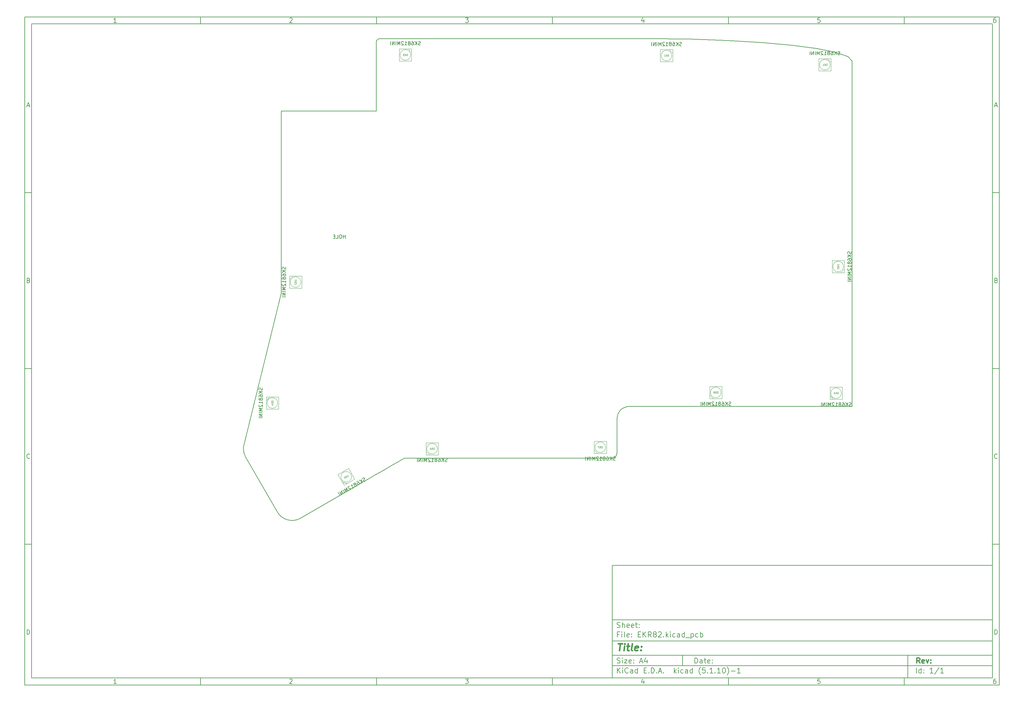
<source format=gbr>
G04 #@! TF.GenerationSoftware,KiCad,Pcbnew,(5.1.10)-1*
G04 #@! TF.CreationDate,2021-06-09T21:59:04+02:00*
G04 #@! TF.ProjectId,EKR82,454b5238-322e-46b6-9963-61645f706362,rev?*
G04 #@! TF.SameCoordinates,Original*
G04 #@! TF.FileFunction,Other,Fab,Bot*
%FSLAX46Y46*%
G04 Gerber Fmt 4.6, Leading zero omitted, Abs format (unit mm)*
G04 Created by KiCad (PCBNEW (5.1.10)-1) date 2021-06-09 21:59:04*
%MOMM*%
%LPD*%
G01*
G04 APERTURE LIST*
%ADD10C,0.100000*%
%ADD11C,0.150000*%
%ADD12C,0.300000*%
%ADD13C,0.400000*%
G04 #@! TA.AperFunction,Profile*
%ADD14C,0.150000*%
G04 #@! TD*
G04 #@! TA.AperFunction,Profile*
%ADD15C,0.200000*%
G04 #@! TD*
G04 APERTURE END LIST*
D10*
D11*
X177002200Y-166007200D02*
X177002200Y-198007200D01*
X285002200Y-198007200D01*
X285002200Y-166007200D01*
X177002200Y-166007200D01*
D10*
D11*
X10000000Y-10000000D02*
X10000000Y-200007200D01*
X287002200Y-200007200D01*
X287002200Y-10000000D01*
X10000000Y-10000000D01*
D10*
D11*
X12000000Y-12000000D02*
X12000000Y-198007200D01*
X285002200Y-198007200D01*
X285002200Y-12000000D01*
X12000000Y-12000000D01*
D10*
D11*
X60000000Y-12000000D02*
X60000000Y-10000000D01*
D10*
D11*
X110000000Y-12000000D02*
X110000000Y-10000000D01*
D10*
D11*
X160000000Y-12000000D02*
X160000000Y-10000000D01*
D10*
D11*
X210000000Y-12000000D02*
X210000000Y-10000000D01*
D10*
D11*
X260000000Y-12000000D02*
X260000000Y-10000000D01*
D10*
D11*
X36065476Y-11588095D02*
X35322619Y-11588095D01*
X35694047Y-11588095D02*
X35694047Y-10288095D01*
X35570238Y-10473809D01*
X35446428Y-10597619D01*
X35322619Y-10659523D01*
D10*
D11*
X85322619Y-10411904D02*
X85384523Y-10350000D01*
X85508333Y-10288095D01*
X85817857Y-10288095D01*
X85941666Y-10350000D01*
X86003571Y-10411904D01*
X86065476Y-10535714D01*
X86065476Y-10659523D01*
X86003571Y-10845238D01*
X85260714Y-11588095D01*
X86065476Y-11588095D01*
D10*
D11*
X135260714Y-10288095D02*
X136065476Y-10288095D01*
X135632142Y-10783333D01*
X135817857Y-10783333D01*
X135941666Y-10845238D01*
X136003571Y-10907142D01*
X136065476Y-11030952D01*
X136065476Y-11340476D01*
X136003571Y-11464285D01*
X135941666Y-11526190D01*
X135817857Y-11588095D01*
X135446428Y-11588095D01*
X135322619Y-11526190D01*
X135260714Y-11464285D01*
D10*
D11*
X185941666Y-10721428D02*
X185941666Y-11588095D01*
X185632142Y-10226190D02*
X185322619Y-11154761D01*
X186127380Y-11154761D01*
D10*
D11*
X236003571Y-10288095D02*
X235384523Y-10288095D01*
X235322619Y-10907142D01*
X235384523Y-10845238D01*
X235508333Y-10783333D01*
X235817857Y-10783333D01*
X235941666Y-10845238D01*
X236003571Y-10907142D01*
X236065476Y-11030952D01*
X236065476Y-11340476D01*
X236003571Y-11464285D01*
X235941666Y-11526190D01*
X235817857Y-11588095D01*
X235508333Y-11588095D01*
X235384523Y-11526190D01*
X235322619Y-11464285D01*
D10*
D11*
X285941666Y-10288095D02*
X285694047Y-10288095D01*
X285570238Y-10350000D01*
X285508333Y-10411904D01*
X285384523Y-10597619D01*
X285322619Y-10845238D01*
X285322619Y-11340476D01*
X285384523Y-11464285D01*
X285446428Y-11526190D01*
X285570238Y-11588095D01*
X285817857Y-11588095D01*
X285941666Y-11526190D01*
X286003571Y-11464285D01*
X286065476Y-11340476D01*
X286065476Y-11030952D01*
X286003571Y-10907142D01*
X285941666Y-10845238D01*
X285817857Y-10783333D01*
X285570238Y-10783333D01*
X285446428Y-10845238D01*
X285384523Y-10907142D01*
X285322619Y-11030952D01*
D10*
D11*
X60000000Y-198007200D02*
X60000000Y-200007200D01*
D10*
D11*
X110000000Y-198007200D02*
X110000000Y-200007200D01*
D10*
D11*
X160000000Y-198007200D02*
X160000000Y-200007200D01*
D10*
D11*
X210000000Y-198007200D02*
X210000000Y-200007200D01*
D10*
D11*
X260000000Y-198007200D02*
X260000000Y-200007200D01*
D10*
D11*
X36065476Y-199595295D02*
X35322619Y-199595295D01*
X35694047Y-199595295D02*
X35694047Y-198295295D01*
X35570238Y-198481009D01*
X35446428Y-198604819D01*
X35322619Y-198666723D01*
D10*
D11*
X85322619Y-198419104D02*
X85384523Y-198357200D01*
X85508333Y-198295295D01*
X85817857Y-198295295D01*
X85941666Y-198357200D01*
X86003571Y-198419104D01*
X86065476Y-198542914D01*
X86065476Y-198666723D01*
X86003571Y-198852438D01*
X85260714Y-199595295D01*
X86065476Y-199595295D01*
D10*
D11*
X135260714Y-198295295D02*
X136065476Y-198295295D01*
X135632142Y-198790533D01*
X135817857Y-198790533D01*
X135941666Y-198852438D01*
X136003571Y-198914342D01*
X136065476Y-199038152D01*
X136065476Y-199347676D01*
X136003571Y-199471485D01*
X135941666Y-199533390D01*
X135817857Y-199595295D01*
X135446428Y-199595295D01*
X135322619Y-199533390D01*
X135260714Y-199471485D01*
D10*
D11*
X185941666Y-198728628D02*
X185941666Y-199595295D01*
X185632142Y-198233390D02*
X185322619Y-199161961D01*
X186127380Y-199161961D01*
D10*
D11*
X236003571Y-198295295D02*
X235384523Y-198295295D01*
X235322619Y-198914342D01*
X235384523Y-198852438D01*
X235508333Y-198790533D01*
X235817857Y-198790533D01*
X235941666Y-198852438D01*
X236003571Y-198914342D01*
X236065476Y-199038152D01*
X236065476Y-199347676D01*
X236003571Y-199471485D01*
X235941666Y-199533390D01*
X235817857Y-199595295D01*
X235508333Y-199595295D01*
X235384523Y-199533390D01*
X235322619Y-199471485D01*
D10*
D11*
X285941666Y-198295295D02*
X285694047Y-198295295D01*
X285570238Y-198357200D01*
X285508333Y-198419104D01*
X285384523Y-198604819D01*
X285322619Y-198852438D01*
X285322619Y-199347676D01*
X285384523Y-199471485D01*
X285446428Y-199533390D01*
X285570238Y-199595295D01*
X285817857Y-199595295D01*
X285941666Y-199533390D01*
X286003571Y-199471485D01*
X286065476Y-199347676D01*
X286065476Y-199038152D01*
X286003571Y-198914342D01*
X285941666Y-198852438D01*
X285817857Y-198790533D01*
X285570238Y-198790533D01*
X285446428Y-198852438D01*
X285384523Y-198914342D01*
X285322619Y-199038152D01*
D10*
D11*
X10000000Y-60000000D02*
X12000000Y-60000000D01*
D10*
D11*
X10000000Y-110000000D02*
X12000000Y-110000000D01*
D10*
D11*
X10000000Y-160000000D02*
X12000000Y-160000000D01*
D10*
D11*
X10690476Y-35216666D02*
X11309523Y-35216666D01*
X10566666Y-35588095D02*
X11000000Y-34288095D01*
X11433333Y-35588095D01*
D10*
D11*
X11092857Y-84907142D02*
X11278571Y-84969047D01*
X11340476Y-85030952D01*
X11402380Y-85154761D01*
X11402380Y-85340476D01*
X11340476Y-85464285D01*
X11278571Y-85526190D01*
X11154761Y-85588095D01*
X10659523Y-85588095D01*
X10659523Y-84288095D01*
X11092857Y-84288095D01*
X11216666Y-84350000D01*
X11278571Y-84411904D01*
X11340476Y-84535714D01*
X11340476Y-84659523D01*
X11278571Y-84783333D01*
X11216666Y-84845238D01*
X11092857Y-84907142D01*
X10659523Y-84907142D01*
D10*
D11*
X11402380Y-135464285D02*
X11340476Y-135526190D01*
X11154761Y-135588095D01*
X11030952Y-135588095D01*
X10845238Y-135526190D01*
X10721428Y-135402380D01*
X10659523Y-135278571D01*
X10597619Y-135030952D01*
X10597619Y-134845238D01*
X10659523Y-134597619D01*
X10721428Y-134473809D01*
X10845238Y-134350000D01*
X11030952Y-134288095D01*
X11154761Y-134288095D01*
X11340476Y-134350000D01*
X11402380Y-134411904D01*
D10*
D11*
X10659523Y-185588095D02*
X10659523Y-184288095D01*
X10969047Y-184288095D01*
X11154761Y-184350000D01*
X11278571Y-184473809D01*
X11340476Y-184597619D01*
X11402380Y-184845238D01*
X11402380Y-185030952D01*
X11340476Y-185278571D01*
X11278571Y-185402380D01*
X11154761Y-185526190D01*
X10969047Y-185588095D01*
X10659523Y-185588095D01*
D10*
D11*
X287002200Y-60000000D02*
X285002200Y-60000000D01*
D10*
D11*
X287002200Y-110000000D02*
X285002200Y-110000000D01*
D10*
D11*
X287002200Y-160000000D02*
X285002200Y-160000000D01*
D10*
D11*
X285692676Y-35216666D02*
X286311723Y-35216666D01*
X285568866Y-35588095D02*
X286002200Y-34288095D01*
X286435533Y-35588095D01*
D10*
D11*
X286095057Y-84907142D02*
X286280771Y-84969047D01*
X286342676Y-85030952D01*
X286404580Y-85154761D01*
X286404580Y-85340476D01*
X286342676Y-85464285D01*
X286280771Y-85526190D01*
X286156961Y-85588095D01*
X285661723Y-85588095D01*
X285661723Y-84288095D01*
X286095057Y-84288095D01*
X286218866Y-84350000D01*
X286280771Y-84411904D01*
X286342676Y-84535714D01*
X286342676Y-84659523D01*
X286280771Y-84783333D01*
X286218866Y-84845238D01*
X286095057Y-84907142D01*
X285661723Y-84907142D01*
D10*
D11*
X286404580Y-135464285D02*
X286342676Y-135526190D01*
X286156961Y-135588095D01*
X286033152Y-135588095D01*
X285847438Y-135526190D01*
X285723628Y-135402380D01*
X285661723Y-135278571D01*
X285599819Y-135030952D01*
X285599819Y-134845238D01*
X285661723Y-134597619D01*
X285723628Y-134473809D01*
X285847438Y-134350000D01*
X286033152Y-134288095D01*
X286156961Y-134288095D01*
X286342676Y-134350000D01*
X286404580Y-134411904D01*
D10*
D11*
X285661723Y-185588095D02*
X285661723Y-184288095D01*
X285971247Y-184288095D01*
X286156961Y-184350000D01*
X286280771Y-184473809D01*
X286342676Y-184597619D01*
X286404580Y-184845238D01*
X286404580Y-185030952D01*
X286342676Y-185278571D01*
X286280771Y-185402380D01*
X286156961Y-185526190D01*
X285971247Y-185588095D01*
X285661723Y-185588095D01*
D10*
D11*
X200434342Y-193785771D02*
X200434342Y-192285771D01*
X200791485Y-192285771D01*
X201005771Y-192357200D01*
X201148628Y-192500057D01*
X201220057Y-192642914D01*
X201291485Y-192928628D01*
X201291485Y-193142914D01*
X201220057Y-193428628D01*
X201148628Y-193571485D01*
X201005771Y-193714342D01*
X200791485Y-193785771D01*
X200434342Y-193785771D01*
X202577200Y-193785771D02*
X202577200Y-193000057D01*
X202505771Y-192857200D01*
X202362914Y-192785771D01*
X202077200Y-192785771D01*
X201934342Y-192857200D01*
X202577200Y-193714342D02*
X202434342Y-193785771D01*
X202077200Y-193785771D01*
X201934342Y-193714342D01*
X201862914Y-193571485D01*
X201862914Y-193428628D01*
X201934342Y-193285771D01*
X202077200Y-193214342D01*
X202434342Y-193214342D01*
X202577200Y-193142914D01*
X203077200Y-192785771D02*
X203648628Y-192785771D01*
X203291485Y-192285771D02*
X203291485Y-193571485D01*
X203362914Y-193714342D01*
X203505771Y-193785771D01*
X203648628Y-193785771D01*
X204720057Y-193714342D02*
X204577200Y-193785771D01*
X204291485Y-193785771D01*
X204148628Y-193714342D01*
X204077200Y-193571485D01*
X204077200Y-193000057D01*
X204148628Y-192857200D01*
X204291485Y-192785771D01*
X204577200Y-192785771D01*
X204720057Y-192857200D01*
X204791485Y-193000057D01*
X204791485Y-193142914D01*
X204077200Y-193285771D01*
X205434342Y-193642914D02*
X205505771Y-193714342D01*
X205434342Y-193785771D01*
X205362914Y-193714342D01*
X205434342Y-193642914D01*
X205434342Y-193785771D01*
X205434342Y-192857200D02*
X205505771Y-192928628D01*
X205434342Y-193000057D01*
X205362914Y-192928628D01*
X205434342Y-192857200D01*
X205434342Y-193000057D01*
D10*
D11*
X177002200Y-194507200D02*
X285002200Y-194507200D01*
D10*
D11*
X178434342Y-196585771D02*
X178434342Y-195085771D01*
X179291485Y-196585771D02*
X178648628Y-195728628D01*
X179291485Y-195085771D02*
X178434342Y-195942914D01*
X179934342Y-196585771D02*
X179934342Y-195585771D01*
X179934342Y-195085771D02*
X179862914Y-195157200D01*
X179934342Y-195228628D01*
X180005771Y-195157200D01*
X179934342Y-195085771D01*
X179934342Y-195228628D01*
X181505771Y-196442914D02*
X181434342Y-196514342D01*
X181220057Y-196585771D01*
X181077200Y-196585771D01*
X180862914Y-196514342D01*
X180720057Y-196371485D01*
X180648628Y-196228628D01*
X180577200Y-195942914D01*
X180577200Y-195728628D01*
X180648628Y-195442914D01*
X180720057Y-195300057D01*
X180862914Y-195157200D01*
X181077200Y-195085771D01*
X181220057Y-195085771D01*
X181434342Y-195157200D01*
X181505771Y-195228628D01*
X182791485Y-196585771D02*
X182791485Y-195800057D01*
X182720057Y-195657200D01*
X182577200Y-195585771D01*
X182291485Y-195585771D01*
X182148628Y-195657200D01*
X182791485Y-196514342D02*
X182648628Y-196585771D01*
X182291485Y-196585771D01*
X182148628Y-196514342D01*
X182077200Y-196371485D01*
X182077200Y-196228628D01*
X182148628Y-196085771D01*
X182291485Y-196014342D01*
X182648628Y-196014342D01*
X182791485Y-195942914D01*
X184148628Y-196585771D02*
X184148628Y-195085771D01*
X184148628Y-196514342D02*
X184005771Y-196585771D01*
X183720057Y-196585771D01*
X183577200Y-196514342D01*
X183505771Y-196442914D01*
X183434342Y-196300057D01*
X183434342Y-195871485D01*
X183505771Y-195728628D01*
X183577200Y-195657200D01*
X183720057Y-195585771D01*
X184005771Y-195585771D01*
X184148628Y-195657200D01*
X186005771Y-195800057D02*
X186505771Y-195800057D01*
X186720057Y-196585771D02*
X186005771Y-196585771D01*
X186005771Y-195085771D01*
X186720057Y-195085771D01*
X187362914Y-196442914D02*
X187434342Y-196514342D01*
X187362914Y-196585771D01*
X187291485Y-196514342D01*
X187362914Y-196442914D01*
X187362914Y-196585771D01*
X188077200Y-196585771D02*
X188077200Y-195085771D01*
X188434342Y-195085771D01*
X188648628Y-195157200D01*
X188791485Y-195300057D01*
X188862914Y-195442914D01*
X188934342Y-195728628D01*
X188934342Y-195942914D01*
X188862914Y-196228628D01*
X188791485Y-196371485D01*
X188648628Y-196514342D01*
X188434342Y-196585771D01*
X188077200Y-196585771D01*
X189577200Y-196442914D02*
X189648628Y-196514342D01*
X189577200Y-196585771D01*
X189505771Y-196514342D01*
X189577200Y-196442914D01*
X189577200Y-196585771D01*
X190220057Y-196157200D02*
X190934342Y-196157200D01*
X190077200Y-196585771D02*
X190577200Y-195085771D01*
X191077200Y-196585771D01*
X191577200Y-196442914D02*
X191648628Y-196514342D01*
X191577200Y-196585771D01*
X191505771Y-196514342D01*
X191577200Y-196442914D01*
X191577200Y-196585771D01*
X194577200Y-196585771D02*
X194577200Y-195085771D01*
X194720057Y-196014342D02*
X195148628Y-196585771D01*
X195148628Y-195585771D02*
X194577200Y-196157200D01*
X195791485Y-196585771D02*
X195791485Y-195585771D01*
X195791485Y-195085771D02*
X195720057Y-195157200D01*
X195791485Y-195228628D01*
X195862914Y-195157200D01*
X195791485Y-195085771D01*
X195791485Y-195228628D01*
X197148628Y-196514342D02*
X197005771Y-196585771D01*
X196720057Y-196585771D01*
X196577200Y-196514342D01*
X196505771Y-196442914D01*
X196434342Y-196300057D01*
X196434342Y-195871485D01*
X196505771Y-195728628D01*
X196577200Y-195657200D01*
X196720057Y-195585771D01*
X197005771Y-195585771D01*
X197148628Y-195657200D01*
X198434342Y-196585771D02*
X198434342Y-195800057D01*
X198362914Y-195657200D01*
X198220057Y-195585771D01*
X197934342Y-195585771D01*
X197791485Y-195657200D01*
X198434342Y-196514342D02*
X198291485Y-196585771D01*
X197934342Y-196585771D01*
X197791485Y-196514342D01*
X197720057Y-196371485D01*
X197720057Y-196228628D01*
X197791485Y-196085771D01*
X197934342Y-196014342D01*
X198291485Y-196014342D01*
X198434342Y-195942914D01*
X199791485Y-196585771D02*
X199791485Y-195085771D01*
X199791485Y-196514342D02*
X199648628Y-196585771D01*
X199362914Y-196585771D01*
X199220057Y-196514342D01*
X199148628Y-196442914D01*
X199077200Y-196300057D01*
X199077200Y-195871485D01*
X199148628Y-195728628D01*
X199220057Y-195657200D01*
X199362914Y-195585771D01*
X199648628Y-195585771D01*
X199791485Y-195657200D01*
X202077200Y-197157200D02*
X202005771Y-197085771D01*
X201862914Y-196871485D01*
X201791485Y-196728628D01*
X201720057Y-196514342D01*
X201648628Y-196157200D01*
X201648628Y-195871485D01*
X201720057Y-195514342D01*
X201791485Y-195300057D01*
X201862914Y-195157200D01*
X202005771Y-194942914D01*
X202077200Y-194871485D01*
X203362914Y-195085771D02*
X202648628Y-195085771D01*
X202577200Y-195800057D01*
X202648628Y-195728628D01*
X202791485Y-195657200D01*
X203148628Y-195657200D01*
X203291485Y-195728628D01*
X203362914Y-195800057D01*
X203434342Y-195942914D01*
X203434342Y-196300057D01*
X203362914Y-196442914D01*
X203291485Y-196514342D01*
X203148628Y-196585771D01*
X202791485Y-196585771D01*
X202648628Y-196514342D01*
X202577200Y-196442914D01*
X204077200Y-196442914D02*
X204148628Y-196514342D01*
X204077200Y-196585771D01*
X204005771Y-196514342D01*
X204077200Y-196442914D01*
X204077200Y-196585771D01*
X205577200Y-196585771D02*
X204720057Y-196585771D01*
X205148628Y-196585771D02*
X205148628Y-195085771D01*
X205005771Y-195300057D01*
X204862914Y-195442914D01*
X204720057Y-195514342D01*
X206220057Y-196442914D02*
X206291485Y-196514342D01*
X206220057Y-196585771D01*
X206148628Y-196514342D01*
X206220057Y-196442914D01*
X206220057Y-196585771D01*
X207720057Y-196585771D02*
X206862914Y-196585771D01*
X207291485Y-196585771D02*
X207291485Y-195085771D01*
X207148628Y-195300057D01*
X207005771Y-195442914D01*
X206862914Y-195514342D01*
X208648628Y-195085771D02*
X208791485Y-195085771D01*
X208934342Y-195157200D01*
X209005771Y-195228628D01*
X209077200Y-195371485D01*
X209148628Y-195657200D01*
X209148628Y-196014342D01*
X209077200Y-196300057D01*
X209005771Y-196442914D01*
X208934342Y-196514342D01*
X208791485Y-196585771D01*
X208648628Y-196585771D01*
X208505771Y-196514342D01*
X208434342Y-196442914D01*
X208362914Y-196300057D01*
X208291485Y-196014342D01*
X208291485Y-195657200D01*
X208362914Y-195371485D01*
X208434342Y-195228628D01*
X208505771Y-195157200D01*
X208648628Y-195085771D01*
X209648628Y-197157200D02*
X209720057Y-197085771D01*
X209862914Y-196871485D01*
X209934342Y-196728628D01*
X210005771Y-196514342D01*
X210077200Y-196157200D01*
X210077200Y-195871485D01*
X210005771Y-195514342D01*
X209934342Y-195300057D01*
X209862914Y-195157200D01*
X209720057Y-194942914D01*
X209648628Y-194871485D01*
X210791485Y-196014342D02*
X211934342Y-196014342D01*
X213434342Y-196585771D02*
X212577200Y-196585771D01*
X213005771Y-196585771D02*
X213005771Y-195085771D01*
X212862914Y-195300057D01*
X212720057Y-195442914D01*
X212577200Y-195514342D01*
D10*
D11*
X177002200Y-191507200D02*
X285002200Y-191507200D01*
D10*
D12*
X264411485Y-193785771D02*
X263911485Y-193071485D01*
X263554342Y-193785771D02*
X263554342Y-192285771D01*
X264125771Y-192285771D01*
X264268628Y-192357200D01*
X264340057Y-192428628D01*
X264411485Y-192571485D01*
X264411485Y-192785771D01*
X264340057Y-192928628D01*
X264268628Y-193000057D01*
X264125771Y-193071485D01*
X263554342Y-193071485D01*
X265625771Y-193714342D02*
X265482914Y-193785771D01*
X265197200Y-193785771D01*
X265054342Y-193714342D01*
X264982914Y-193571485D01*
X264982914Y-193000057D01*
X265054342Y-192857200D01*
X265197200Y-192785771D01*
X265482914Y-192785771D01*
X265625771Y-192857200D01*
X265697200Y-193000057D01*
X265697200Y-193142914D01*
X264982914Y-193285771D01*
X266197200Y-192785771D02*
X266554342Y-193785771D01*
X266911485Y-192785771D01*
X267482914Y-193642914D02*
X267554342Y-193714342D01*
X267482914Y-193785771D01*
X267411485Y-193714342D01*
X267482914Y-193642914D01*
X267482914Y-193785771D01*
X267482914Y-192857200D02*
X267554342Y-192928628D01*
X267482914Y-193000057D01*
X267411485Y-192928628D01*
X267482914Y-192857200D01*
X267482914Y-193000057D01*
D10*
D11*
X178362914Y-193714342D02*
X178577200Y-193785771D01*
X178934342Y-193785771D01*
X179077200Y-193714342D01*
X179148628Y-193642914D01*
X179220057Y-193500057D01*
X179220057Y-193357200D01*
X179148628Y-193214342D01*
X179077200Y-193142914D01*
X178934342Y-193071485D01*
X178648628Y-193000057D01*
X178505771Y-192928628D01*
X178434342Y-192857200D01*
X178362914Y-192714342D01*
X178362914Y-192571485D01*
X178434342Y-192428628D01*
X178505771Y-192357200D01*
X178648628Y-192285771D01*
X179005771Y-192285771D01*
X179220057Y-192357200D01*
X179862914Y-193785771D02*
X179862914Y-192785771D01*
X179862914Y-192285771D02*
X179791485Y-192357200D01*
X179862914Y-192428628D01*
X179934342Y-192357200D01*
X179862914Y-192285771D01*
X179862914Y-192428628D01*
X180434342Y-192785771D02*
X181220057Y-192785771D01*
X180434342Y-193785771D01*
X181220057Y-193785771D01*
X182362914Y-193714342D02*
X182220057Y-193785771D01*
X181934342Y-193785771D01*
X181791485Y-193714342D01*
X181720057Y-193571485D01*
X181720057Y-193000057D01*
X181791485Y-192857200D01*
X181934342Y-192785771D01*
X182220057Y-192785771D01*
X182362914Y-192857200D01*
X182434342Y-193000057D01*
X182434342Y-193142914D01*
X181720057Y-193285771D01*
X183077200Y-193642914D02*
X183148628Y-193714342D01*
X183077200Y-193785771D01*
X183005771Y-193714342D01*
X183077200Y-193642914D01*
X183077200Y-193785771D01*
X183077200Y-192857200D02*
X183148628Y-192928628D01*
X183077200Y-193000057D01*
X183005771Y-192928628D01*
X183077200Y-192857200D01*
X183077200Y-193000057D01*
X184862914Y-193357200D02*
X185577200Y-193357200D01*
X184720057Y-193785771D02*
X185220057Y-192285771D01*
X185720057Y-193785771D01*
X186862914Y-192785771D02*
X186862914Y-193785771D01*
X186505771Y-192214342D02*
X186148628Y-193285771D01*
X187077200Y-193285771D01*
D10*
D11*
X263434342Y-196585771D02*
X263434342Y-195085771D01*
X264791485Y-196585771D02*
X264791485Y-195085771D01*
X264791485Y-196514342D02*
X264648628Y-196585771D01*
X264362914Y-196585771D01*
X264220057Y-196514342D01*
X264148628Y-196442914D01*
X264077200Y-196300057D01*
X264077200Y-195871485D01*
X264148628Y-195728628D01*
X264220057Y-195657200D01*
X264362914Y-195585771D01*
X264648628Y-195585771D01*
X264791485Y-195657200D01*
X265505771Y-196442914D02*
X265577200Y-196514342D01*
X265505771Y-196585771D01*
X265434342Y-196514342D01*
X265505771Y-196442914D01*
X265505771Y-196585771D01*
X265505771Y-195657200D02*
X265577200Y-195728628D01*
X265505771Y-195800057D01*
X265434342Y-195728628D01*
X265505771Y-195657200D01*
X265505771Y-195800057D01*
X268148628Y-196585771D02*
X267291485Y-196585771D01*
X267720057Y-196585771D02*
X267720057Y-195085771D01*
X267577200Y-195300057D01*
X267434342Y-195442914D01*
X267291485Y-195514342D01*
X269862914Y-195014342D02*
X268577200Y-196942914D01*
X271148628Y-196585771D02*
X270291485Y-196585771D01*
X270720057Y-196585771D02*
X270720057Y-195085771D01*
X270577200Y-195300057D01*
X270434342Y-195442914D01*
X270291485Y-195514342D01*
D10*
D11*
X177002200Y-187507200D02*
X285002200Y-187507200D01*
D10*
D13*
X178714580Y-188211961D02*
X179857438Y-188211961D01*
X179036009Y-190211961D02*
X179286009Y-188211961D01*
X180274104Y-190211961D02*
X180440771Y-188878628D01*
X180524104Y-188211961D02*
X180416961Y-188307200D01*
X180500295Y-188402438D01*
X180607438Y-188307200D01*
X180524104Y-188211961D01*
X180500295Y-188402438D01*
X181107438Y-188878628D02*
X181869342Y-188878628D01*
X181476485Y-188211961D02*
X181262200Y-189926247D01*
X181333628Y-190116723D01*
X181512200Y-190211961D01*
X181702676Y-190211961D01*
X182655057Y-190211961D02*
X182476485Y-190116723D01*
X182405057Y-189926247D01*
X182619342Y-188211961D01*
X184190771Y-190116723D02*
X183988390Y-190211961D01*
X183607438Y-190211961D01*
X183428866Y-190116723D01*
X183357438Y-189926247D01*
X183452676Y-189164342D01*
X183571723Y-188973866D01*
X183774104Y-188878628D01*
X184155057Y-188878628D01*
X184333628Y-188973866D01*
X184405057Y-189164342D01*
X184381247Y-189354819D01*
X183405057Y-189545295D01*
X185155057Y-190021485D02*
X185238390Y-190116723D01*
X185131247Y-190211961D01*
X185047914Y-190116723D01*
X185155057Y-190021485D01*
X185131247Y-190211961D01*
X185286009Y-188973866D02*
X185369342Y-189069104D01*
X185262200Y-189164342D01*
X185178866Y-189069104D01*
X185286009Y-188973866D01*
X185262200Y-189164342D01*
D10*
D11*
X178934342Y-185600057D02*
X178434342Y-185600057D01*
X178434342Y-186385771D02*
X178434342Y-184885771D01*
X179148628Y-184885771D01*
X179720057Y-186385771D02*
X179720057Y-185385771D01*
X179720057Y-184885771D02*
X179648628Y-184957200D01*
X179720057Y-185028628D01*
X179791485Y-184957200D01*
X179720057Y-184885771D01*
X179720057Y-185028628D01*
X180648628Y-186385771D02*
X180505771Y-186314342D01*
X180434342Y-186171485D01*
X180434342Y-184885771D01*
X181791485Y-186314342D02*
X181648628Y-186385771D01*
X181362914Y-186385771D01*
X181220057Y-186314342D01*
X181148628Y-186171485D01*
X181148628Y-185600057D01*
X181220057Y-185457200D01*
X181362914Y-185385771D01*
X181648628Y-185385771D01*
X181791485Y-185457200D01*
X181862914Y-185600057D01*
X181862914Y-185742914D01*
X181148628Y-185885771D01*
X182505771Y-186242914D02*
X182577200Y-186314342D01*
X182505771Y-186385771D01*
X182434342Y-186314342D01*
X182505771Y-186242914D01*
X182505771Y-186385771D01*
X182505771Y-185457200D02*
X182577200Y-185528628D01*
X182505771Y-185600057D01*
X182434342Y-185528628D01*
X182505771Y-185457200D01*
X182505771Y-185600057D01*
X184362914Y-185600057D02*
X184862914Y-185600057D01*
X185077200Y-186385771D02*
X184362914Y-186385771D01*
X184362914Y-184885771D01*
X185077200Y-184885771D01*
X185720057Y-186385771D02*
X185720057Y-184885771D01*
X186577200Y-186385771D02*
X185934342Y-185528628D01*
X186577200Y-184885771D02*
X185720057Y-185742914D01*
X188077200Y-186385771D02*
X187577200Y-185671485D01*
X187220057Y-186385771D02*
X187220057Y-184885771D01*
X187791485Y-184885771D01*
X187934342Y-184957200D01*
X188005771Y-185028628D01*
X188077200Y-185171485D01*
X188077200Y-185385771D01*
X188005771Y-185528628D01*
X187934342Y-185600057D01*
X187791485Y-185671485D01*
X187220057Y-185671485D01*
X188934342Y-185528628D02*
X188791485Y-185457200D01*
X188720057Y-185385771D01*
X188648628Y-185242914D01*
X188648628Y-185171485D01*
X188720057Y-185028628D01*
X188791485Y-184957200D01*
X188934342Y-184885771D01*
X189220057Y-184885771D01*
X189362914Y-184957200D01*
X189434342Y-185028628D01*
X189505771Y-185171485D01*
X189505771Y-185242914D01*
X189434342Y-185385771D01*
X189362914Y-185457200D01*
X189220057Y-185528628D01*
X188934342Y-185528628D01*
X188791485Y-185600057D01*
X188720057Y-185671485D01*
X188648628Y-185814342D01*
X188648628Y-186100057D01*
X188720057Y-186242914D01*
X188791485Y-186314342D01*
X188934342Y-186385771D01*
X189220057Y-186385771D01*
X189362914Y-186314342D01*
X189434342Y-186242914D01*
X189505771Y-186100057D01*
X189505771Y-185814342D01*
X189434342Y-185671485D01*
X189362914Y-185600057D01*
X189220057Y-185528628D01*
X190077200Y-185028628D02*
X190148628Y-184957200D01*
X190291485Y-184885771D01*
X190648628Y-184885771D01*
X190791485Y-184957200D01*
X190862914Y-185028628D01*
X190934342Y-185171485D01*
X190934342Y-185314342D01*
X190862914Y-185528628D01*
X190005771Y-186385771D01*
X190934342Y-186385771D01*
X191577200Y-186242914D02*
X191648628Y-186314342D01*
X191577200Y-186385771D01*
X191505771Y-186314342D01*
X191577200Y-186242914D01*
X191577200Y-186385771D01*
X192291485Y-186385771D02*
X192291485Y-184885771D01*
X192434342Y-185814342D02*
X192862914Y-186385771D01*
X192862914Y-185385771D02*
X192291485Y-185957200D01*
X193505771Y-186385771D02*
X193505771Y-185385771D01*
X193505771Y-184885771D02*
X193434342Y-184957200D01*
X193505771Y-185028628D01*
X193577200Y-184957200D01*
X193505771Y-184885771D01*
X193505771Y-185028628D01*
X194862914Y-186314342D02*
X194720057Y-186385771D01*
X194434342Y-186385771D01*
X194291485Y-186314342D01*
X194220057Y-186242914D01*
X194148628Y-186100057D01*
X194148628Y-185671485D01*
X194220057Y-185528628D01*
X194291485Y-185457200D01*
X194434342Y-185385771D01*
X194720057Y-185385771D01*
X194862914Y-185457200D01*
X196148628Y-186385771D02*
X196148628Y-185600057D01*
X196077200Y-185457200D01*
X195934342Y-185385771D01*
X195648628Y-185385771D01*
X195505771Y-185457200D01*
X196148628Y-186314342D02*
X196005771Y-186385771D01*
X195648628Y-186385771D01*
X195505771Y-186314342D01*
X195434342Y-186171485D01*
X195434342Y-186028628D01*
X195505771Y-185885771D01*
X195648628Y-185814342D01*
X196005771Y-185814342D01*
X196148628Y-185742914D01*
X197505771Y-186385771D02*
X197505771Y-184885771D01*
X197505771Y-186314342D02*
X197362914Y-186385771D01*
X197077200Y-186385771D01*
X196934342Y-186314342D01*
X196862914Y-186242914D01*
X196791485Y-186100057D01*
X196791485Y-185671485D01*
X196862914Y-185528628D01*
X196934342Y-185457200D01*
X197077200Y-185385771D01*
X197362914Y-185385771D01*
X197505771Y-185457200D01*
X197862914Y-186528628D02*
X199005771Y-186528628D01*
X199362914Y-185385771D02*
X199362914Y-186885771D01*
X199362914Y-185457200D02*
X199505771Y-185385771D01*
X199791485Y-185385771D01*
X199934342Y-185457200D01*
X200005771Y-185528628D01*
X200077200Y-185671485D01*
X200077200Y-186100057D01*
X200005771Y-186242914D01*
X199934342Y-186314342D01*
X199791485Y-186385771D01*
X199505771Y-186385771D01*
X199362914Y-186314342D01*
X201362914Y-186314342D02*
X201220057Y-186385771D01*
X200934342Y-186385771D01*
X200791485Y-186314342D01*
X200720057Y-186242914D01*
X200648628Y-186100057D01*
X200648628Y-185671485D01*
X200720057Y-185528628D01*
X200791485Y-185457200D01*
X200934342Y-185385771D01*
X201220057Y-185385771D01*
X201362914Y-185457200D01*
X202005771Y-186385771D02*
X202005771Y-184885771D01*
X202005771Y-185457200D02*
X202148628Y-185385771D01*
X202434342Y-185385771D01*
X202577200Y-185457200D01*
X202648628Y-185528628D01*
X202720057Y-185671485D01*
X202720057Y-186100057D01*
X202648628Y-186242914D01*
X202577200Y-186314342D01*
X202434342Y-186385771D01*
X202148628Y-186385771D01*
X202005771Y-186314342D01*
D10*
D11*
X177002200Y-181507200D02*
X285002200Y-181507200D01*
D10*
D11*
X178362914Y-183614342D02*
X178577200Y-183685771D01*
X178934342Y-183685771D01*
X179077200Y-183614342D01*
X179148628Y-183542914D01*
X179220057Y-183400057D01*
X179220057Y-183257200D01*
X179148628Y-183114342D01*
X179077200Y-183042914D01*
X178934342Y-182971485D01*
X178648628Y-182900057D01*
X178505771Y-182828628D01*
X178434342Y-182757200D01*
X178362914Y-182614342D01*
X178362914Y-182471485D01*
X178434342Y-182328628D01*
X178505771Y-182257200D01*
X178648628Y-182185771D01*
X179005771Y-182185771D01*
X179220057Y-182257200D01*
X179862914Y-183685771D02*
X179862914Y-182185771D01*
X180505771Y-183685771D02*
X180505771Y-182900057D01*
X180434342Y-182757200D01*
X180291485Y-182685771D01*
X180077200Y-182685771D01*
X179934342Y-182757200D01*
X179862914Y-182828628D01*
X181791485Y-183614342D02*
X181648628Y-183685771D01*
X181362914Y-183685771D01*
X181220057Y-183614342D01*
X181148628Y-183471485D01*
X181148628Y-182900057D01*
X181220057Y-182757200D01*
X181362914Y-182685771D01*
X181648628Y-182685771D01*
X181791485Y-182757200D01*
X181862914Y-182900057D01*
X181862914Y-183042914D01*
X181148628Y-183185771D01*
X183077200Y-183614342D02*
X182934342Y-183685771D01*
X182648628Y-183685771D01*
X182505771Y-183614342D01*
X182434342Y-183471485D01*
X182434342Y-182900057D01*
X182505771Y-182757200D01*
X182648628Y-182685771D01*
X182934342Y-182685771D01*
X183077200Y-182757200D01*
X183148628Y-182900057D01*
X183148628Y-183042914D01*
X182434342Y-183185771D01*
X183577200Y-182685771D02*
X184148628Y-182685771D01*
X183791485Y-182185771D02*
X183791485Y-183471485D01*
X183862914Y-183614342D01*
X184005771Y-183685771D01*
X184148628Y-183685771D01*
X184648628Y-183542914D02*
X184720057Y-183614342D01*
X184648628Y-183685771D01*
X184577200Y-183614342D01*
X184648628Y-183542914D01*
X184648628Y-183685771D01*
X184648628Y-182757200D02*
X184720057Y-182828628D01*
X184648628Y-182900057D01*
X184577200Y-182828628D01*
X184648628Y-182757200D01*
X184648628Y-182900057D01*
D10*
D11*
X197002200Y-191507200D02*
X197002200Y-194507200D01*
D10*
D11*
X261002200Y-191507200D02*
X261002200Y-198007200D01*
D14*
X72674503Y-134960305D02*
G75*
G02*
X72175000Y-132325000I4376397J2194505D01*
G01*
X88345583Y-152620389D02*
G75*
G02*
X81699101Y-150634699I-2328483J4322489D01*
G01*
X72674503Y-134960305D02*
X81699101Y-150634699D01*
X104456758Y-143271756D02*
X88345583Y-152620389D01*
X245120000Y-120789735D02*
X245120000Y-22546755D01*
X223959999Y-120789735D02*
X245120000Y-120789735D01*
X109898210Y-36780000D02*
X109898210Y-17246762D01*
X82940000Y-36780000D02*
X109898210Y-36780000D01*
X82937528Y-38136762D02*
X82940000Y-36780000D01*
D15*
X240549319Y-20073847D02*
X235185697Y-18995159D01*
X235185697Y-18995159D02*
X228080758Y-18055561D01*
X116186619Y-136480784D02*
X117862313Y-135510645D01*
X114510925Y-137450923D02*
X116186619Y-136480784D01*
X82937528Y-50750629D02*
X82937528Y-44443695D01*
X82937528Y-57057562D02*
X82937528Y-50750629D01*
X142171711Y-16196762D02*
X131763877Y-16196762D01*
X218692418Y-120789735D02*
X223959999Y-120789735D01*
X213424836Y-120789735D02*
X218692418Y-120789735D01*
X208157255Y-120789735D02*
X213424836Y-120789735D01*
X202889673Y-120789735D02*
X208157255Y-120789735D01*
X197622092Y-120789735D02*
X202889673Y-120789735D01*
X192354511Y-120789735D02*
X197622092Y-120789735D01*
X187086929Y-120789735D02*
X192354511Y-120789735D01*
X181819348Y-120789735D02*
X187086929Y-120789735D01*
X181113524Y-120860778D02*
X181819348Y-120789735D01*
X180456326Y-121064561D02*
X181113524Y-120860778D01*
X179861773Y-121387065D02*
X180456326Y-121064561D01*
X179343884Y-121814271D02*
X179861773Y-121387065D01*
X178916678Y-122332160D02*
X179343884Y-121814271D01*
X178594174Y-122926713D02*
X178916678Y-122332160D01*
X178390391Y-123583911D02*
X178594174Y-122926713D01*
X178319348Y-124289735D02*
X178390391Y-123583911D01*
X219467654Y-17280488D02*
X209579538Y-16695374D01*
X228080758Y-18055561D02*
X219467654Y-17280488D01*
X198649563Y-16325654D02*
X186910881Y-16196762D01*
X209579538Y-16695374D02*
X198649563Y-16325654D01*
X177658308Y-135255660D02*
X177403500Y-135393876D01*
X177880261Y-135072571D02*
X177658308Y-135255660D01*
X178063349Y-134850619D02*
X177880261Y-135072571D01*
X178201565Y-134595810D02*
X178063349Y-134850619D01*
X178288901Y-134314154D02*
X178201565Y-134595810D01*
X178319348Y-134034052D02*
X178288901Y-134314154D01*
X82937528Y-69671429D02*
X82937528Y-63364495D01*
X82937528Y-75978362D02*
X82937528Y-69671429D01*
X82937528Y-82285296D02*
X82937528Y-75978362D01*
X82937528Y-88592229D02*
X82937528Y-82285296D01*
X131763877Y-16196762D02*
X121356044Y-16196762D01*
X152579545Y-16196762D02*
X142171711Y-16196762D01*
X162987379Y-16196762D02*
X152579545Y-16196762D01*
X173395213Y-16196762D02*
X162987379Y-16196762D01*
X186910881Y-16196762D02*
X173395213Y-16196762D01*
X110360937Y-16375961D02*
X110539303Y-16279210D01*
X110205570Y-16504123D02*
X110360937Y-16375961D01*
X110077409Y-16659489D02*
X110205570Y-16504123D01*
X109980657Y-16837855D02*
X110077409Y-16659489D01*
X109919523Y-17035015D02*
X109980657Y-16837855D01*
X109898210Y-17246762D02*
X109919523Y-17035015D01*
X110736462Y-16218075D02*
X110948210Y-16196762D01*
X110539303Y-16279210D02*
X110736462Y-16218075D01*
X121356044Y-16196762D02*
X110948210Y-16196762D01*
X82937528Y-63364495D02*
X82937528Y-57057562D01*
X82937528Y-44443695D02*
X82937528Y-38136762D01*
X82937777Y-88592317D02*
X72175000Y-132325000D01*
X112835230Y-138421062D02*
X114510925Y-137450923D01*
X111159536Y-139391201D02*
X112835230Y-138421062D01*
X109483841Y-140361340D02*
X111159536Y-139391201D01*
X107808147Y-141331479D02*
X109483841Y-140361340D01*
X106132452Y-142301617D02*
X107808147Y-141331479D01*
X104456758Y-143271756D02*
X106132452Y-142301617D01*
X169449826Y-135511658D02*
X176819348Y-135511658D01*
X162080304Y-135511658D02*
X169449826Y-135511658D01*
X154710782Y-135511658D02*
X162080304Y-135511658D01*
X147341260Y-135511658D02*
X154710782Y-135511658D01*
X139971738Y-135511658D02*
X147341260Y-135511658D01*
X132602217Y-135511658D02*
X139971738Y-135511658D01*
X125232695Y-135511658D02*
X132602217Y-135511658D01*
X117863173Y-135511658D02*
X125232695Y-135511658D01*
X178319348Y-132816013D02*
X178319348Y-134034052D01*
X178319348Y-131597973D02*
X178319348Y-132816013D01*
X178319348Y-130379933D02*
X178319348Y-131597973D01*
X178319348Y-129161894D02*
X178319348Y-130379933D01*
X178319348Y-127943854D02*
X178319348Y-129161894D01*
X178319348Y-126725814D02*
X178319348Y-127943854D01*
X178319348Y-125507775D02*
X178319348Y-126725814D01*
X178319348Y-124289735D02*
X178319348Y-125507775D01*
X177121844Y-135481211D02*
X176819348Y-135511658D01*
X177403500Y-135393876D02*
X177121844Y-135481211D01*
X243938471Y-21266190D02*
X240549319Y-20073847D01*
X245120000Y-22546755D02*
X243938471Y-21266190D01*
D10*
X119700000Y-20800000D02*
G75*
G03*
X119700000Y-20800000I-1500000J0D01*
G01*
X119950000Y-22550000D02*
X116450000Y-22550000D01*
X119950000Y-19050000D02*
X119950000Y-22550000D01*
X116450000Y-19050000D02*
X119950000Y-19050000D01*
X116450000Y-22550000D02*
X116450000Y-19050000D01*
X119950000Y-20050000D02*
X118950000Y-19050000D01*
X193900000Y-21000000D02*
G75*
G03*
X193900000Y-21000000I-1500000J0D01*
G01*
X194150000Y-22750000D02*
X190650000Y-22750000D01*
X194150000Y-19250000D02*
X194150000Y-22750000D01*
X190650000Y-19250000D02*
X194150000Y-19250000D01*
X190650000Y-22750000D02*
X190650000Y-19250000D01*
X194150000Y-20250000D02*
X193150000Y-19250000D01*
X238900000Y-23600000D02*
G75*
G03*
X238900000Y-23600000I-1500000J0D01*
G01*
X239150000Y-25350000D02*
X235650000Y-25350000D01*
X239150000Y-21850000D02*
X239150000Y-25350000D01*
X235650000Y-21850000D02*
X239150000Y-21850000D01*
X235650000Y-25350000D02*
X235650000Y-21850000D01*
X239150000Y-22850000D02*
X238150000Y-21850000D01*
X242700000Y-81000000D02*
G75*
G03*
X242700000Y-81000000I-1500000J0D01*
G01*
X239450000Y-82750000D02*
X239450000Y-79250000D01*
X242950000Y-82750000D02*
X239450000Y-82750000D01*
X242950000Y-79250000D02*
X242950000Y-82750000D01*
X239450000Y-79250000D02*
X242950000Y-79250000D01*
X241950000Y-82750000D02*
X242950000Y-81750000D01*
X242100000Y-117000000D02*
G75*
G03*
X242100000Y-117000000I-1500000J0D01*
G01*
X238850000Y-115250000D02*
X242350000Y-115250000D01*
X238850000Y-118750000D02*
X238850000Y-115250000D01*
X242350000Y-118750000D02*
X238850000Y-118750000D01*
X242350000Y-115250000D02*
X242350000Y-118750000D01*
X238850000Y-117750000D02*
X239850000Y-118750000D01*
X207900000Y-116800000D02*
G75*
G03*
X207900000Y-116800000I-1500000J0D01*
G01*
X204650000Y-115050000D02*
X208150000Y-115050000D01*
X204650000Y-118550000D02*
X204650000Y-115050000D01*
X208150000Y-118550000D02*
X204650000Y-118550000D01*
X208150000Y-115050000D02*
X208150000Y-118550000D01*
X204650000Y-117550000D02*
X205650000Y-118550000D01*
X175100000Y-132400000D02*
G75*
G03*
X175100000Y-132400000I-1500000J0D01*
G01*
X171850000Y-130650000D02*
X175350000Y-130650000D01*
X171850000Y-134150000D02*
X171850000Y-130650000D01*
X175350000Y-134150000D02*
X171850000Y-134150000D01*
X175350000Y-130650000D02*
X175350000Y-134150000D01*
X171850000Y-133150000D02*
X172850000Y-134150000D01*
X127300000Y-132800000D02*
G75*
G03*
X127300000Y-132800000I-1500000J0D01*
G01*
X124050000Y-131050000D02*
X127550000Y-131050000D01*
X124050000Y-134550000D02*
X124050000Y-131050000D01*
X127550000Y-134550000D02*
X124050000Y-134550000D01*
X127550000Y-131050000D02*
X127550000Y-134550000D01*
X124050000Y-133550000D02*
X125050000Y-134550000D01*
X102900000Y-140800000D02*
G75*
G03*
X102900000Y-140800000I-1500000J0D01*
G01*
X99009456Y-140159456D02*
X102040544Y-138409456D01*
X100759456Y-143190544D02*
X99009456Y-140159456D01*
X103790544Y-141440544D02*
X100759456Y-143190544D01*
X102040544Y-138409456D02*
X103790544Y-141440544D01*
X100259456Y-142324519D02*
X101625481Y-142690544D01*
X81900000Y-119800000D02*
G75*
G03*
X81900000Y-119800000I-1500000J0D01*
G01*
X82150000Y-118050000D02*
X82150000Y-121550000D01*
X78650000Y-118050000D02*
X82150000Y-118050000D01*
X78650000Y-121550000D02*
X78650000Y-118050000D01*
X82150000Y-121550000D02*
X78650000Y-121550000D01*
X79650000Y-118050000D02*
X78650000Y-119050000D01*
X88500000Y-85400000D02*
G75*
G03*
X88500000Y-85400000I-1500000J0D01*
G01*
X88750000Y-83650000D02*
X88750000Y-87150000D01*
X85250000Y-83650000D02*
X88750000Y-83650000D01*
X85250000Y-87150000D02*
X85250000Y-83650000D01*
X88750000Y-87150000D02*
X85250000Y-87150000D01*
X86250000Y-83650000D02*
X85250000Y-84650000D01*
D11*
X101086666Y-72972380D02*
X101086666Y-71972380D01*
X101086666Y-72448571D02*
X100515238Y-72448571D01*
X100515238Y-72972380D02*
X100515238Y-71972380D01*
X99848571Y-71972380D02*
X99658095Y-71972380D01*
X99562857Y-72020000D01*
X99467619Y-72115238D01*
X99420000Y-72305714D01*
X99420000Y-72639047D01*
X99467619Y-72829523D01*
X99562857Y-72924761D01*
X99658095Y-72972380D01*
X99848571Y-72972380D01*
X99943809Y-72924761D01*
X100039047Y-72829523D01*
X100086666Y-72639047D01*
X100086666Y-72305714D01*
X100039047Y-72115238D01*
X99943809Y-72020000D01*
X99848571Y-71972380D01*
X98515238Y-72972380D02*
X98991428Y-72972380D01*
X98991428Y-71972380D01*
X98181904Y-72448571D02*
X97848571Y-72448571D01*
X97705714Y-72972380D02*
X98181904Y-72972380D01*
X98181904Y-71972380D01*
X97705714Y-71972380D01*
X122461904Y-17954761D02*
X122319047Y-18002380D01*
X122080952Y-18002380D01*
X121985714Y-17954761D01*
X121938095Y-17907142D01*
X121890476Y-17811904D01*
X121890476Y-17716666D01*
X121938095Y-17621428D01*
X121985714Y-17573809D01*
X122080952Y-17526190D01*
X122271428Y-17478571D01*
X122366666Y-17430952D01*
X122414285Y-17383333D01*
X122461904Y-17288095D01*
X122461904Y-17192857D01*
X122414285Y-17097619D01*
X122366666Y-17050000D01*
X122271428Y-17002380D01*
X122033333Y-17002380D01*
X121890476Y-17050000D01*
X121461904Y-18002380D02*
X121461904Y-17002380D01*
X120890476Y-18002380D02*
X121319047Y-17430952D01*
X120890476Y-17002380D02*
X121461904Y-17573809D01*
X120033333Y-17002380D02*
X120223809Y-17002380D01*
X120319047Y-17050000D01*
X120366666Y-17097619D01*
X120461904Y-17240476D01*
X120509523Y-17430952D01*
X120509523Y-17811904D01*
X120461904Y-17907142D01*
X120414285Y-17954761D01*
X120319047Y-18002380D01*
X120128571Y-18002380D01*
X120033333Y-17954761D01*
X119985714Y-17907142D01*
X119938095Y-17811904D01*
X119938095Y-17573809D01*
X119985714Y-17478571D01*
X120033333Y-17430952D01*
X120128571Y-17383333D01*
X120319047Y-17383333D01*
X120414285Y-17430952D01*
X120461904Y-17478571D01*
X120509523Y-17573809D01*
X119366666Y-17430952D02*
X119461904Y-17383333D01*
X119509523Y-17335714D01*
X119557142Y-17240476D01*
X119557142Y-17192857D01*
X119509523Y-17097619D01*
X119461904Y-17050000D01*
X119366666Y-17002380D01*
X119176190Y-17002380D01*
X119080952Y-17050000D01*
X119033333Y-17097619D01*
X118985714Y-17192857D01*
X118985714Y-17240476D01*
X119033333Y-17335714D01*
X119080952Y-17383333D01*
X119176190Y-17430952D01*
X119366666Y-17430952D01*
X119461904Y-17478571D01*
X119509523Y-17526190D01*
X119557142Y-17621428D01*
X119557142Y-17811904D01*
X119509523Y-17907142D01*
X119461904Y-17954761D01*
X119366666Y-18002380D01*
X119176190Y-18002380D01*
X119080952Y-17954761D01*
X119033333Y-17907142D01*
X118985714Y-17811904D01*
X118985714Y-17621428D01*
X119033333Y-17526190D01*
X119080952Y-17478571D01*
X119176190Y-17430952D01*
X118033333Y-18002380D02*
X118604761Y-18002380D01*
X118319047Y-18002380D02*
X118319047Y-17002380D01*
X118414285Y-17145238D01*
X118509523Y-17240476D01*
X118604761Y-17288095D01*
X117652380Y-17097619D02*
X117604761Y-17050000D01*
X117509523Y-17002380D01*
X117271428Y-17002380D01*
X117176190Y-17050000D01*
X117128571Y-17097619D01*
X117080952Y-17192857D01*
X117080952Y-17288095D01*
X117128571Y-17430952D01*
X117700000Y-18002380D01*
X117080952Y-18002380D01*
X116652380Y-18002380D02*
X116652380Y-17002380D01*
X116319047Y-17716666D01*
X115985714Y-17002380D01*
X115985714Y-18002380D01*
X115509523Y-18002380D02*
X115509523Y-17002380D01*
X115033333Y-18002380D02*
X115033333Y-17002380D01*
X114461904Y-18002380D01*
X114461904Y-17002380D01*
X113985714Y-18002380D02*
X113985714Y-17002380D01*
D10*
X118807142Y-21026190D02*
X118807142Y-20526190D01*
X118688095Y-20526190D01*
X118616666Y-20550000D01*
X118569047Y-20597619D01*
X118545238Y-20645238D01*
X118521428Y-20740476D01*
X118521428Y-20811904D01*
X118545238Y-20907142D01*
X118569047Y-20954761D01*
X118616666Y-21002380D01*
X118688095Y-21026190D01*
X118807142Y-21026190D01*
X118092857Y-20526190D02*
X118188095Y-20526190D01*
X118235714Y-20550000D01*
X118259523Y-20573809D01*
X118307142Y-20645238D01*
X118330952Y-20740476D01*
X118330952Y-20930952D01*
X118307142Y-20978571D01*
X118283333Y-21002380D01*
X118235714Y-21026190D01*
X118140476Y-21026190D01*
X118092857Y-21002380D01*
X118069047Y-20978571D01*
X118045238Y-20930952D01*
X118045238Y-20811904D01*
X118069047Y-20764285D01*
X118092857Y-20740476D01*
X118140476Y-20716666D01*
X118235714Y-20716666D01*
X118283333Y-20740476D01*
X118307142Y-20764285D01*
X118330952Y-20811904D01*
X117878571Y-20526190D02*
X117569047Y-20526190D01*
X117735714Y-20716666D01*
X117664285Y-20716666D01*
X117616666Y-20740476D01*
X117592857Y-20764285D01*
X117569047Y-20811904D01*
X117569047Y-20930952D01*
X117592857Y-20978571D01*
X117616666Y-21002380D01*
X117664285Y-21026190D01*
X117807142Y-21026190D01*
X117854761Y-21002380D01*
X117878571Y-20978571D01*
D11*
X196661904Y-18154761D02*
X196519047Y-18202380D01*
X196280952Y-18202380D01*
X196185714Y-18154761D01*
X196138095Y-18107142D01*
X196090476Y-18011904D01*
X196090476Y-17916666D01*
X196138095Y-17821428D01*
X196185714Y-17773809D01*
X196280952Y-17726190D01*
X196471428Y-17678571D01*
X196566666Y-17630952D01*
X196614285Y-17583333D01*
X196661904Y-17488095D01*
X196661904Y-17392857D01*
X196614285Y-17297619D01*
X196566666Y-17250000D01*
X196471428Y-17202380D01*
X196233333Y-17202380D01*
X196090476Y-17250000D01*
X195661904Y-18202380D02*
X195661904Y-17202380D01*
X195090476Y-18202380D02*
X195519047Y-17630952D01*
X195090476Y-17202380D02*
X195661904Y-17773809D01*
X194233333Y-17202380D02*
X194423809Y-17202380D01*
X194519047Y-17250000D01*
X194566666Y-17297619D01*
X194661904Y-17440476D01*
X194709523Y-17630952D01*
X194709523Y-18011904D01*
X194661904Y-18107142D01*
X194614285Y-18154761D01*
X194519047Y-18202380D01*
X194328571Y-18202380D01*
X194233333Y-18154761D01*
X194185714Y-18107142D01*
X194138095Y-18011904D01*
X194138095Y-17773809D01*
X194185714Y-17678571D01*
X194233333Y-17630952D01*
X194328571Y-17583333D01*
X194519047Y-17583333D01*
X194614285Y-17630952D01*
X194661904Y-17678571D01*
X194709523Y-17773809D01*
X193566666Y-17630952D02*
X193661904Y-17583333D01*
X193709523Y-17535714D01*
X193757142Y-17440476D01*
X193757142Y-17392857D01*
X193709523Y-17297619D01*
X193661904Y-17250000D01*
X193566666Y-17202380D01*
X193376190Y-17202380D01*
X193280952Y-17250000D01*
X193233333Y-17297619D01*
X193185714Y-17392857D01*
X193185714Y-17440476D01*
X193233333Y-17535714D01*
X193280952Y-17583333D01*
X193376190Y-17630952D01*
X193566666Y-17630952D01*
X193661904Y-17678571D01*
X193709523Y-17726190D01*
X193757142Y-17821428D01*
X193757142Y-18011904D01*
X193709523Y-18107142D01*
X193661904Y-18154761D01*
X193566666Y-18202380D01*
X193376190Y-18202380D01*
X193280952Y-18154761D01*
X193233333Y-18107142D01*
X193185714Y-18011904D01*
X193185714Y-17821428D01*
X193233333Y-17726190D01*
X193280952Y-17678571D01*
X193376190Y-17630952D01*
X192233333Y-18202380D02*
X192804761Y-18202380D01*
X192519047Y-18202380D02*
X192519047Y-17202380D01*
X192614285Y-17345238D01*
X192709523Y-17440476D01*
X192804761Y-17488095D01*
X191852380Y-17297619D02*
X191804761Y-17250000D01*
X191709523Y-17202380D01*
X191471428Y-17202380D01*
X191376190Y-17250000D01*
X191328571Y-17297619D01*
X191280952Y-17392857D01*
X191280952Y-17488095D01*
X191328571Y-17630952D01*
X191900000Y-18202380D01*
X191280952Y-18202380D01*
X190852380Y-18202380D02*
X190852380Y-17202380D01*
X190519047Y-17916666D01*
X190185714Y-17202380D01*
X190185714Y-18202380D01*
X189709523Y-18202380D02*
X189709523Y-17202380D01*
X189233333Y-18202380D02*
X189233333Y-17202380D01*
X188661904Y-18202380D01*
X188661904Y-17202380D01*
X188185714Y-18202380D02*
X188185714Y-17202380D01*
D10*
X193007142Y-21226190D02*
X193007142Y-20726190D01*
X192888095Y-20726190D01*
X192816666Y-20750000D01*
X192769047Y-20797619D01*
X192745238Y-20845238D01*
X192721428Y-20940476D01*
X192721428Y-21011904D01*
X192745238Y-21107142D01*
X192769047Y-21154761D01*
X192816666Y-21202380D01*
X192888095Y-21226190D01*
X193007142Y-21226190D01*
X192292857Y-20726190D02*
X192388095Y-20726190D01*
X192435714Y-20750000D01*
X192459523Y-20773809D01*
X192507142Y-20845238D01*
X192530952Y-20940476D01*
X192530952Y-21130952D01*
X192507142Y-21178571D01*
X192483333Y-21202380D01*
X192435714Y-21226190D01*
X192340476Y-21226190D01*
X192292857Y-21202380D01*
X192269047Y-21178571D01*
X192245238Y-21130952D01*
X192245238Y-21011904D01*
X192269047Y-20964285D01*
X192292857Y-20940476D01*
X192340476Y-20916666D01*
X192435714Y-20916666D01*
X192483333Y-20940476D01*
X192507142Y-20964285D01*
X192530952Y-21011904D01*
X192054761Y-20773809D02*
X192030952Y-20750000D01*
X191983333Y-20726190D01*
X191864285Y-20726190D01*
X191816666Y-20750000D01*
X191792857Y-20773809D01*
X191769047Y-20821428D01*
X191769047Y-20869047D01*
X191792857Y-20940476D01*
X192078571Y-21226190D01*
X191769047Y-21226190D01*
D11*
X241661904Y-20754761D02*
X241519047Y-20802380D01*
X241280952Y-20802380D01*
X241185714Y-20754761D01*
X241138095Y-20707142D01*
X241090476Y-20611904D01*
X241090476Y-20516666D01*
X241138095Y-20421428D01*
X241185714Y-20373809D01*
X241280952Y-20326190D01*
X241471428Y-20278571D01*
X241566666Y-20230952D01*
X241614285Y-20183333D01*
X241661904Y-20088095D01*
X241661904Y-19992857D01*
X241614285Y-19897619D01*
X241566666Y-19850000D01*
X241471428Y-19802380D01*
X241233333Y-19802380D01*
X241090476Y-19850000D01*
X240661904Y-20802380D02*
X240661904Y-19802380D01*
X240090476Y-20802380D02*
X240519047Y-20230952D01*
X240090476Y-19802380D02*
X240661904Y-20373809D01*
X239233333Y-19802380D02*
X239423809Y-19802380D01*
X239519047Y-19850000D01*
X239566666Y-19897619D01*
X239661904Y-20040476D01*
X239709523Y-20230952D01*
X239709523Y-20611904D01*
X239661904Y-20707142D01*
X239614285Y-20754761D01*
X239519047Y-20802380D01*
X239328571Y-20802380D01*
X239233333Y-20754761D01*
X239185714Y-20707142D01*
X239138095Y-20611904D01*
X239138095Y-20373809D01*
X239185714Y-20278571D01*
X239233333Y-20230952D01*
X239328571Y-20183333D01*
X239519047Y-20183333D01*
X239614285Y-20230952D01*
X239661904Y-20278571D01*
X239709523Y-20373809D01*
X238566666Y-20230952D02*
X238661904Y-20183333D01*
X238709523Y-20135714D01*
X238757142Y-20040476D01*
X238757142Y-19992857D01*
X238709523Y-19897619D01*
X238661904Y-19850000D01*
X238566666Y-19802380D01*
X238376190Y-19802380D01*
X238280952Y-19850000D01*
X238233333Y-19897619D01*
X238185714Y-19992857D01*
X238185714Y-20040476D01*
X238233333Y-20135714D01*
X238280952Y-20183333D01*
X238376190Y-20230952D01*
X238566666Y-20230952D01*
X238661904Y-20278571D01*
X238709523Y-20326190D01*
X238757142Y-20421428D01*
X238757142Y-20611904D01*
X238709523Y-20707142D01*
X238661904Y-20754761D01*
X238566666Y-20802380D01*
X238376190Y-20802380D01*
X238280952Y-20754761D01*
X238233333Y-20707142D01*
X238185714Y-20611904D01*
X238185714Y-20421428D01*
X238233333Y-20326190D01*
X238280952Y-20278571D01*
X238376190Y-20230952D01*
X237233333Y-20802380D02*
X237804761Y-20802380D01*
X237519047Y-20802380D02*
X237519047Y-19802380D01*
X237614285Y-19945238D01*
X237709523Y-20040476D01*
X237804761Y-20088095D01*
X236852380Y-19897619D02*
X236804761Y-19850000D01*
X236709523Y-19802380D01*
X236471428Y-19802380D01*
X236376190Y-19850000D01*
X236328571Y-19897619D01*
X236280952Y-19992857D01*
X236280952Y-20088095D01*
X236328571Y-20230952D01*
X236900000Y-20802380D01*
X236280952Y-20802380D01*
X235852380Y-20802380D02*
X235852380Y-19802380D01*
X235519047Y-20516666D01*
X235185714Y-19802380D01*
X235185714Y-20802380D01*
X234709523Y-20802380D02*
X234709523Y-19802380D01*
X234233333Y-20802380D02*
X234233333Y-19802380D01*
X233661904Y-20802380D01*
X233661904Y-19802380D01*
X233185714Y-20802380D02*
X233185714Y-19802380D01*
D10*
X238007142Y-23826190D02*
X238007142Y-23326190D01*
X237888095Y-23326190D01*
X237816666Y-23350000D01*
X237769047Y-23397619D01*
X237745238Y-23445238D01*
X237721428Y-23540476D01*
X237721428Y-23611904D01*
X237745238Y-23707142D01*
X237769047Y-23754761D01*
X237816666Y-23802380D01*
X237888095Y-23826190D01*
X238007142Y-23826190D01*
X237292857Y-23326190D02*
X237388095Y-23326190D01*
X237435714Y-23350000D01*
X237459523Y-23373809D01*
X237507142Y-23445238D01*
X237530952Y-23540476D01*
X237530952Y-23730952D01*
X237507142Y-23778571D01*
X237483333Y-23802380D01*
X237435714Y-23826190D01*
X237340476Y-23826190D01*
X237292857Y-23802380D01*
X237269047Y-23778571D01*
X237245238Y-23730952D01*
X237245238Y-23611904D01*
X237269047Y-23564285D01*
X237292857Y-23540476D01*
X237340476Y-23516666D01*
X237435714Y-23516666D01*
X237483333Y-23540476D01*
X237507142Y-23564285D01*
X237530952Y-23611904D01*
X236769047Y-23826190D02*
X237054761Y-23826190D01*
X236911904Y-23826190D02*
X236911904Y-23326190D01*
X236959523Y-23397619D01*
X237007142Y-23445238D01*
X237054761Y-23469047D01*
D11*
X244854761Y-76738095D02*
X244902380Y-76880952D01*
X244902380Y-77119047D01*
X244854761Y-77214285D01*
X244807142Y-77261904D01*
X244711904Y-77309523D01*
X244616666Y-77309523D01*
X244521428Y-77261904D01*
X244473809Y-77214285D01*
X244426190Y-77119047D01*
X244378571Y-76928571D01*
X244330952Y-76833333D01*
X244283333Y-76785714D01*
X244188095Y-76738095D01*
X244092857Y-76738095D01*
X243997619Y-76785714D01*
X243950000Y-76833333D01*
X243902380Y-76928571D01*
X243902380Y-77166666D01*
X243950000Y-77309523D01*
X244902380Y-77738095D02*
X243902380Y-77738095D01*
X244902380Y-78309523D02*
X244330952Y-77880952D01*
X243902380Y-78309523D02*
X244473809Y-77738095D01*
X243902380Y-79166666D02*
X243902380Y-78976190D01*
X243950000Y-78880952D01*
X243997619Y-78833333D01*
X244140476Y-78738095D01*
X244330952Y-78690476D01*
X244711904Y-78690476D01*
X244807142Y-78738095D01*
X244854761Y-78785714D01*
X244902380Y-78880952D01*
X244902380Y-79071428D01*
X244854761Y-79166666D01*
X244807142Y-79214285D01*
X244711904Y-79261904D01*
X244473809Y-79261904D01*
X244378571Y-79214285D01*
X244330952Y-79166666D01*
X244283333Y-79071428D01*
X244283333Y-78880952D01*
X244330952Y-78785714D01*
X244378571Y-78738095D01*
X244473809Y-78690476D01*
X244330952Y-79833333D02*
X244283333Y-79738095D01*
X244235714Y-79690476D01*
X244140476Y-79642857D01*
X244092857Y-79642857D01*
X243997619Y-79690476D01*
X243950000Y-79738095D01*
X243902380Y-79833333D01*
X243902380Y-80023809D01*
X243950000Y-80119047D01*
X243997619Y-80166666D01*
X244092857Y-80214285D01*
X244140476Y-80214285D01*
X244235714Y-80166666D01*
X244283333Y-80119047D01*
X244330952Y-80023809D01*
X244330952Y-79833333D01*
X244378571Y-79738095D01*
X244426190Y-79690476D01*
X244521428Y-79642857D01*
X244711904Y-79642857D01*
X244807142Y-79690476D01*
X244854761Y-79738095D01*
X244902380Y-79833333D01*
X244902380Y-80023809D01*
X244854761Y-80119047D01*
X244807142Y-80166666D01*
X244711904Y-80214285D01*
X244521428Y-80214285D01*
X244426190Y-80166666D01*
X244378571Y-80119047D01*
X244330952Y-80023809D01*
X244902380Y-81166666D02*
X244902380Y-80595238D01*
X244902380Y-80880952D02*
X243902380Y-80880952D01*
X244045238Y-80785714D01*
X244140476Y-80690476D01*
X244188095Y-80595238D01*
X243997619Y-81547619D02*
X243950000Y-81595238D01*
X243902380Y-81690476D01*
X243902380Y-81928571D01*
X243950000Y-82023809D01*
X243997619Y-82071428D01*
X244092857Y-82119047D01*
X244188095Y-82119047D01*
X244330952Y-82071428D01*
X244902380Y-81500000D01*
X244902380Y-82119047D01*
X244902380Y-82547619D02*
X243902380Y-82547619D01*
X244616666Y-82880952D01*
X243902380Y-83214285D01*
X244902380Y-83214285D01*
X244902380Y-83690476D02*
X243902380Y-83690476D01*
X244902380Y-84166666D02*
X243902380Y-84166666D01*
X244902380Y-84738095D01*
X243902380Y-84738095D01*
X244902380Y-85214285D02*
X243902380Y-85214285D01*
D10*
X241426190Y-80392857D02*
X240926190Y-80392857D01*
X240926190Y-80511904D01*
X240950000Y-80583333D01*
X240997619Y-80630952D01*
X241045238Y-80654761D01*
X241140476Y-80678571D01*
X241211904Y-80678571D01*
X241307142Y-80654761D01*
X241354761Y-80630952D01*
X241402380Y-80583333D01*
X241426190Y-80511904D01*
X241426190Y-80392857D01*
X240926190Y-81107142D02*
X240926190Y-81011904D01*
X240950000Y-80964285D01*
X240973809Y-80940476D01*
X241045238Y-80892857D01*
X241140476Y-80869047D01*
X241330952Y-80869047D01*
X241378571Y-80892857D01*
X241402380Y-80916666D01*
X241426190Y-80964285D01*
X241426190Y-81059523D01*
X241402380Y-81107142D01*
X241378571Y-81130952D01*
X241330952Y-81154761D01*
X241211904Y-81154761D01*
X241164285Y-81130952D01*
X241140476Y-81107142D01*
X241116666Y-81059523D01*
X241116666Y-80964285D01*
X241140476Y-80916666D01*
X241164285Y-80892857D01*
X241211904Y-80869047D01*
X240926190Y-81464285D02*
X240926190Y-81511904D01*
X240950000Y-81559523D01*
X240973809Y-81583333D01*
X241021428Y-81607142D01*
X241116666Y-81630952D01*
X241235714Y-81630952D01*
X241330952Y-81607142D01*
X241378571Y-81583333D01*
X241402380Y-81559523D01*
X241426190Y-81511904D01*
X241426190Y-81464285D01*
X241402380Y-81416666D01*
X241378571Y-81392857D01*
X241330952Y-81369047D01*
X241235714Y-81345238D01*
X241116666Y-81345238D01*
X241021428Y-81369047D01*
X240973809Y-81392857D01*
X240950000Y-81416666D01*
X240926190Y-81464285D01*
D11*
X244861904Y-120654761D02*
X244719047Y-120702380D01*
X244480952Y-120702380D01*
X244385714Y-120654761D01*
X244338095Y-120607142D01*
X244290476Y-120511904D01*
X244290476Y-120416666D01*
X244338095Y-120321428D01*
X244385714Y-120273809D01*
X244480952Y-120226190D01*
X244671428Y-120178571D01*
X244766666Y-120130952D01*
X244814285Y-120083333D01*
X244861904Y-119988095D01*
X244861904Y-119892857D01*
X244814285Y-119797619D01*
X244766666Y-119750000D01*
X244671428Y-119702380D01*
X244433333Y-119702380D01*
X244290476Y-119750000D01*
X243861904Y-120702380D02*
X243861904Y-119702380D01*
X243290476Y-120702380D02*
X243719047Y-120130952D01*
X243290476Y-119702380D02*
X243861904Y-120273809D01*
X242433333Y-119702380D02*
X242623809Y-119702380D01*
X242719047Y-119750000D01*
X242766666Y-119797619D01*
X242861904Y-119940476D01*
X242909523Y-120130952D01*
X242909523Y-120511904D01*
X242861904Y-120607142D01*
X242814285Y-120654761D01*
X242719047Y-120702380D01*
X242528571Y-120702380D01*
X242433333Y-120654761D01*
X242385714Y-120607142D01*
X242338095Y-120511904D01*
X242338095Y-120273809D01*
X242385714Y-120178571D01*
X242433333Y-120130952D01*
X242528571Y-120083333D01*
X242719047Y-120083333D01*
X242814285Y-120130952D01*
X242861904Y-120178571D01*
X242909523Y-120273809D01*
X241766666Y-120130952D02*
X241861904Y-120083333D01*
X241909523Y-120035714D01*
X241957142Y-119940476D01*
X241957142Y-119892857D01*
X241909523Y-119797619D01*
X241861904Y-119750000D01*
X241766666Y-119702380D01*
X241576190Y-119702380D01*
X241480952Y-119750000D01*
X241433333Y-119797619D01*
X241385714Y-119892857D01*
X241385714Y-119940476D01*
X241433333Y-120035714D01*
X241480952Y-120083333D01*
X241576190Y-120130952D01*
X241766666Y-120130952D01*
X241861904Y-120178571D01*
X241909523Y-120226190D01*
X241957142Y-120321428D01*
X241957142Y-120511904D01*
X241909523Y-120607142D01*
X241861904Y-120654761D01*
X241766666Y-120702380D01*
X241576190Y-120702380D01*
X241480952Y-120654761D01*
X241433333Y-120607142D01*
X241385714Y-120511904D01*
X241385714Y-120321428D01*
X241433333Y-120226190D01*
X241480952Y-120178571D01*
X241576190Y-120130952D01*
X240433333Y-120702380D02*
X241004761Y-120702380D01*
X240719047Y-120702380D02*
X240719047Y-119702380D01*
X240814285Y-119845238D01*
X240909523Y-119940476D01*
X241004761Y-119988095D01*
X240052380Y-119797619D02*
X240004761Y-119750000D01*
X239909523Y-119702380D01*
X239671428Y-119702380D01*
X239576190Y-119750000D01*
X239528571Y-119797619D01*
X239480952Y-119892857D01*
X239480952Y-119988095D01*
X239528571Y-120130952D01*
X240100000Y-120702380D01*
X239480952Y-120702380D01*
X239052380Y-120702380D02*
X239052380Y-119702380D01*
X238719047Y-120416666D01*
X238385714Y-119702380D01*
X238385714Y-120702380D01*
X237909523Y-120702380D02*
X237909523Y-119702380D01*
X237433333Y-120702380D02*
X237433333Y-119702380D01*
X236861904Y-120702380D01*
X236861904Y-119702380D01*
X236385714Y-120702380D02*
X236385714Y-119702380D01*
D10*
X241207142Y-117226190D02*
X241207142Y-116726190D01*
X241088095Y-116726190D01*
X241016666Y-116750000D01*
X240969047Y-116797619D01*
X240945238Y-116845238D01*
X240921428Y-116940476D01*
X240921428Y-117011904D01*
X240945238Y-117107142D01*
X240969047Y-117154761D01*
X241016666Y-117202380D01*
X241088095Y-117226190D01*
X241207142Y-117226190D01*
X240469047Y-116726190D02*
X240707142Y-116726190D01*
X240730952Y-116964285D01*
X240707142Y-116940476D01*
X240659523Y-116916666D01*
X240540476Y-116916666D01*
X240492857Y-116940476D01*
X240469047Y-116964285D01*
X240445238Y-117011904D01*
X240445238Y-117130952D01*
X240469047Y-117178571D01*
X240492857Y-117202380D01*
X240540476Y-117226190D01*
X240659523Y-117226190D01*
X240707142Y-117202380D01*
X240730952Y-117178571D01*
X240207142Y-117226190D02*
X240111904Y-117226190D01*
X240064285Y-117202380D01*
X240040476Y-117178571D01*
X239992857Y-117107142D01*
X239969047Y-117011904D01*
X239969047Y-116821428D01*
X239992857Y-116773809D01*
X240016666Y-116750000D01*
X240064285Y-116726190D01*
X240159523Y-116726190D01*
X240207142Y-116750000D01*
X240230952Y-116773809D01*
X240254761Y-116821428D01*
X240254761Y-116940476D01*
X240230952Y-116988095D01*
X240207142Y-117011904D01*
X240159523Y-117035714D01*
X240064285Y-117035714D01*
X240016666Y-117011904D01*
X239992857Y-116988095D01*
X239969047Y-116940476D01*
D11*
X210661904Y-120454761D02*
X210519047Y-120502380D01*
X210280952Y-120502380D01*
X210185714Y-120454761D01*
X210138095Y-120407142D01*
X210090476Y-120311904D01*
X210090476Y-120216666D01*
X210138095Y-120121428D01*
X210185714Y-120073809D01*
X210280952Y-120026190D01*
X210471428Y-119978571D01*
X210566666Y-119930952D01*
X210614285Y-119883333D01*
X210661904Y-119788095D01*
X210661904Y-119692857D01*
X210614285Y-119597619D01*
X210566666Y-119550000D01*
X210471428Y-119502380D01*
X210233333Y-119502380D01*
X210090476Y-119550000D01*
X209661904Y-120502380D02*
X209661904Y-119502380D01*
X209090476Y-120502380D02*
X209519047Y-119930952D01*
X209090476Y-119502380D02*
X209661904Y-120073809D01*
X208233333Y-119502380D02*
X208423809Y-119502380D01*
X208519047Y-119550000D01*
X208566666Y-119597619D01*
X208661904Y-119740476D01*
X208709523Y-119930952D01*
X208709523Y-120311904D01*
X208661904Y-120407142D01*
X208614285Y-120454761D01*
X208519047Y-120502380D01*
X208328571Y-120502380D01*
X208233333Y-120454761D01*
X208185714Y-120407142D01*
X208138095Y-120311904D01*
X208138095Y-120073809D01*
X208185714Y-119978571D01*
X208233333Y-119930952D01*
X208328571Y-119883333D01*
X208519047Y-119883333D01*
X208614285Y-119930952D01*
X208661904Y-119978571D01*
X208709523Y-120073809D01*
X207566666Y-119930952D02*
X207661904Y-119883333D01*
X207709523Y-119835714D01*
X207757142Y-119740476D01*
X207757142Y-119692857D01*
X207709523Y-119597619D01*
X207661904Y-119550000D01*
X207566666Y-119502380D01*
X207376190Y-119502380D01*
X207280952Y-119550000D01*
X207233333Y-119597619D01*
X207185714Y-119692857D01*
X207185714Y-119740476D01*
X207233333Y-119835714D01*
X207280952Y-119883333D01*
X207376190Y-119930952D01*
X207566666Y-119930952D01*
X207661904Y-119978571D01*
X207709523Y-120026190D01*
X207757142Y-120121428D01*
X207757142Y-120311904D01*
X207709523Y-120407142D01*
X207661904Y-120454761D01*
X207566666Y-120502380D01*
X207376190Y-120502380D01*
X207280952Y-120454761D01*
X207233333Y-120407142D01*
X207185714Y-120311904D01*
X207185714Y-120121428D01*
X207233333Y-120026190D01*
X207280952Y-119978571D01*
X207376190Y-119930952D01*
X206233333Y-120502380D02*
X206804761Y-120502380D01*
X206519047Y-120502380D02*
X206519047Y-119502380D01*
X206614285Y-119645238D01*
X206709523Y-119740476D01*
X206804761Y-119788095D01*
X205852380Y-119597619D02*
X205804761Y-119550000D01*
X205709523Y-119502380D01*
X205471428Y-119502380D01*
X205376190Y-119550000D01*
X205328571Y-119597619D01*
X205280952Y-119692857D01*
X205280952Y-119788095D01*
X205328571Y-119930952D01*
X205900000Y-120502380D01*
X205280952Y-120502380D01*
X204852380Y-120502380D02*
X204852380Y-119502380D01*
X204519047Y-120216666D01*
X204185714Y-119502380D01*
X204185714Y-120502380D01*
X203709523Y-120502380D02*
X203709523Y-119502380D01*
X203233333Y-120502380D02*
X203233333Y-119502380D01*
X202661904Y-120502380D01*
X202661904Y-119502380D01*
X202185714Y-120502380D02*
X202185714Y-119502380D01*
D10*
X207007142Y-117026190D02*
X207007142Y-116526190D01*
X206888095Y-116526190D01*
X206816666Y-116550000D01*
X206769047Y-116597619D01*
X206745238Y-116645238D01*
X206721428Y-116740476D01*
X206721428Y-116811904D01*
X206745238Y-116907142D01*
X206769047Y-116954761D01*
X206816666Y-117002380D01*
X206888095Y-117026190D01*
X207007142Y-117026190D01*
X206269047Y-116526190D02*
X206507142Y-116526190D01*
X206530952Y-116764285D01*
X206507142Y-116740476D01*
X206459523Y-116716666D01*
X206340476Y-116716666D01*
X206292857Y-116740476D01*
X206269047Y-116764285D01*
X206245238Y-116811904D01*
X206245238Y-116930952D01*
X206269047Y-116978571D01*
X206292857Y-117002380D01*
X206340476Y-117026190D01*
X206459523Y-117026190D01*
X206507142Y-117002380D01*
X206530952Y-116978571D01*
X205959523Y-116740476D02*
X206007142Y-116716666D01*
X206030952Y-116692857D01*
X206054761Y-116645238D01*
X206054761Y-116621428D01*
X206030952Y-116573809D01*
X206007142Y-116550000D01*
X205959523Y-116526190D01*
X205864285Y-116526190D01*
X205816666Y-116550000D01*
X205792857Y-116573809D01*
X205769047Y-116621428D01*
X205769047Y-116645238D01*
X205792857Y-116692857D01*
X205816666Y-116716666D01*
X205864285Y-116740476D01*
X205959523Y-116740476D01*
X206007142Y-116764285D01*
X206030952Y-116788095D01*
X206054761Y-116835714D01*
X206054761Y-116930952D01*
X206030952Y-116978571D01*
X206007142Y-117002380D01*
X205959523Y-117026190D01*
X205864285Y-117026190D01*
X205816666Y-117002380D01*
X205792857Y-116978571D01*
X205769047Y-116930952D01*
X205769047Y-116835714D01*
X205792857Y-116788095D01*
X205816666Y-116764285D01*
X205864285Y-116740476D01*
D11*
X177861904Y-136054761D02*
X177719047Y-136102380D01*
X177480952Y-136102380D01*
X177385714Y-136054761D01*
X177338095Y-136007142D01*
X177290476Y-135911904D01*
X177290476Y-135816666D01*
X177338095Y-135721428D01*
X177385714Y-135673809D01*
X177480952Y-135626190D01*
X177671428Y-135578571D01*
X177766666Y-135530952D01*
X177814285Y-135483333D01*
X177861904Y-135388095D01*
X177861904Y-135292857D01*
X177814285Y-135197619D01*
X177766666Y-135150000D01*
X177671428Y-135102380D01*
X177433333Y-135102380D01*
X177290476Y-135150000D01*
X176861904Y-136102380D02*
X176861904Y-135102380D01*
X176290476Y-136102380D02*
X176719047Y-135530952D01*
X176290476Y-135102380D02*
X176861904Y-135673809D01*
X175433333Y-135102380D02*
X175623809Y-135102380D01*
X175719047Y-135150000D01*
X175766666Y-135197619D01*
X175861904Y-135340476D01*
X175909523Y-135530952D01*
X175909523Y-135911904D01*
X175861904Y-136007142D01*
X175814285Y-136054761D01*
X175719047Y-136102380D01*
X175528571Y-136102380D01*
X175433333Y-136054761D01*
X175385714Y-136007142D01*
X175338095Y-135911904D01*
X175338095Y-135673809D01*
X175385714Y-135578571D01*
X175433333Y-135530952D01*
X175528571Y-135483333D01*
X175719047Y-135483333D01*
X175814285Y-135530952D01*
X175861904Y-135578571D01*
X175909523Y-135673809D01*
X174766666Y-135530952D02*
X174861904Y-135483333D01*
X174909523Y-135435714D01*
X174957142Y-135340476D01*
X174957142Y-135292857D01*
X174909523Y-135197619D01*
X174861904Y-135150000D01*
X174766666Y-135102380D01*
X174576190Y-135102380D01*
X174480952Y-135150000D01*
X174433333Y-135197619D01*
X174385714Y-135292857D01*
X174385714Y-135340476D01*
X174433333Y-135435714D01*
X174480952Y-135483333D01*
X174576190Y-135530952D01*
X174766666Y-135530952D01*
X174861904Y-135578571D01*
X174909523Y-135626190D01*
X174957142Y-135721428D01*
X174957142Y-135911904D01*
X174909523Y-136007142D01*
X174861904Y-136054761D01*
X174766666Y-136102380D01*
X174576190Y-136102380D01*
X174480952Y-136054761D01*
X174433333Y-136007142D01*
X174385714Y-135911904D01*
X174385714Y-135721428D01*
X174433333Y-135626190D01*
X174480952Y-135578571D01*
X174576190Y-135530952D01*
X173433333Y-136102380D02*
X174004761Y-136102380D01*
X173719047Y-136102380D02*
X173719047Y-135102380D01*
X173814285Y-135245238D01*
X173909523Y-135340476D01*
X174004761Y-135388095D01*
X173052380Y-135197619D02*
X173004761Y-135150000D01*
X172909523Y-135102380D01*
X172671428Y-135102380D01*
X172576190Y-135150000D01*
X172528571Y-135197619D01*
X172480952Y-135292857D01*
X172480952Y-135388095D01*
X172528571Y-135530952D01*
X173100000Y-136102380D01*
X172480952Y-136102380D01*
X172052380Y-136102380D02*
X172052380Y-135102380D01*
X171719047Y-135816666D01*
X171385714Y-135102380D01*
X171385714Y-136102380D01*
X170909523Y-136102380D02*
X170909523Y-135102380D01*
X170433333Y-136102380D02*
X170433333Y-135102380D01*
X169861904Y-136102380D01*
X169861904Y-135102380D01*
X169385714Y-136102380D02*
X169385714Y-135102380D01*
D10*
X174207142Y-132626190D02*
X174207142Y-132126190D01*
X174088095Y-132126190D01*
X174016666Y-132150000D01*
X173969047Y-132197619D01*
X173945238Y-132245238D01*
X173921428Y-132340476D01*
X173921428Y-132411904D01*
X173945238Y-132507142D01*
X173969047Y-132554761D01*
X174016666Y-132602380D01*
X174088095Y-132626190D01*
X174207142Y-132626190D01*
X173469047Y-132126190D02*
X173707142Y-132126190D01*
X173730952Y-132364285D01*
X173707142Y-132340476D01*
X173659523Y-132316666D01*
X173540476Y-132316666D01*
X173492857Y-132340476D01*
X173469047Y-132364285D01*
X173445238Y-132411904D01*
X173445238Y-132530952D01*
X173469047Y-132578571D01*
X173492857Y-132602380D01*
X173540476Y-132626190D01*
X173659523Y-132626190D01*
X173707142Y-132602380D01*
X173730952Y-132578571D01*
X173278571Y-132126190D02*
X172945238Y-132126190D01*
X173159523Y-132626190D01*
D11*
X130061904Y-136454761D02*
X129919047Y-136502380D01*
X129680952Y-136502380D01*
X129585714Y-136454761D01*
X129538095Y-136407142D01*
X129490476Y-136311904D01*
X129490476Y-136216666D01*
X129538095Y-136121428D01*
X129585714Y-136073809D01*
X129680952Y-136026190D01*
X129871428Y-135978571D01*
X129966666Y-135930952D01*
X130014285Y-135883333D01*
X130061904Y-135788095D01*
X130061904Y-135692857D01*
X130014285Y-135597619D01*
X129966666Y-135550000D01*
X129871428Y-135502380D01*
X129633333Y-135502380D01*
X129490476Y-135550000D01*
X129061904Y-136502380D02*
X129061904Y-135502380D01*
X128490476Y-136502380D02*
X128919047Y-135930952D01*
X128490476Y-135502380D02*
X129061904Y-136073809D01*
X127633333Y-135502380D02*
X127823809Y-135502380D01*
X127919047Y-135550000D01*
X127966666Y-135597619D01*
X128061904Y-135740476D01*
X128109523Y-135930952D01*
X128109523Y-136311904D01*
X128061904Y-136407142D01*
X128014285Y-136454761D01*
X127919047Y-136502380D01*
X127728571Y-136502380D01*
X127633333Y-136454761D01*
X127585714Y-136407142D01*
X127538095Y-136311904D01*
X127538095Y-136073809D01*
X127585714Y-135978571D01*
X127633333Y-135930952D01*
X127728571Y-135883333D01*
X127919047Y-135883333D01*
X128014285Y-135930952D01*
X128061904Y-135978571D01*
X128109523Y-136073809D01*
X126966666Y-135930952D02*
X127061904Y-135883333D01*
X127109523Y-135835714D01*
X127157142Y-135740476D01*
X127157142Y-135692857D01*
X127109523Y-135597619D01*
X127061904Y-135550000D01*
X126966666Y-135502380D01*
X126776190Y-135502380D01*
X126680952Y-135550000D01*
X126633333Y-135597619D01*
X126585714Y-135692857D01*
X126585714Y-135740476D01*
X126633333Y-135835714D01*
X126680952Y-135883333D01*
X126776190Y-135930952D01*
X126966666Y-135930952D01*
X127061904Y-135978571D01*
X127109523Y-136026190D01*
X127157142Y-136121428D01*
X127157142Y-136311904D01*
X127109523Y-136407142D01*
X127061904Y-136454761D01*
X126966666Y-136502380D01*
X126776190Y-136502380D01*
X126680952Y-136454761D01*
X126633333Y-136407142D01*
X126585714Y-136311904D01*
X126585714Y-136121428D01*
X126633333Y-136026190D01*
X126680952Y-135978571D01*
X126776190Y-135930952D01*
X125633333Y-136502380D02*
X126204761Y-136502380D01*
X125919047Y-136502380D02*
X125919047Y-135502380D01*
X126014285Y-135645238D01*
X126109523Y-135740476D01*
X126204761Y-135788095D01*
X125252380Y-135597619D02*
X125204761Y-135550000D01*
X125109523Y-135502380D01*
X124871428Y-135502380D01*
X124776190Y-135550000D01*
X124728571Y-135597619D01*
X124680952Y-135692857D01*
X124680952Y-135788095D01*
X124728571Y-135930952D01*
X125300000Y-136502380D01*
X124680952Y-136502380D01*
X124252380Y-136502380D02*
X124252380Y-135502380D01*
X123919047Y-136216666D01*
X123585714Y-135502380D01*
X123585714Y-136502380D01*
X123109523Y-136502380D02*
X123109523Y-135502380D01*
X122633333Y-136502380D02*
X122633333Y-135502380D01*
X122061904Y-136502380D01*
X122061904Y-135502380D01*
X121585714Y-136502380D02*
X121585714Y-135502380D01*
D10*
X126407142Y-133026190D02*
X126407142Y-132526190D01*
X126288095Y-132526190D01*
X126216666Y-132550000D01*
X126169047Y-132597619D01*
X126145238Y-132645238D01*
X126121428Y-132740476D01*
X126121428Y-132811904D01*
X126145238Y-132907142D01*
X126169047Y-132954761D01*
X126216666Y-133002380D01*
X126288095Y-133026190D01*
X126407142Y-133026190D01*
X125669047Y-132526190D02*
X125907142Y-132526190D01*
X125930952Y-132764285D01*
X125907142Y-132740476D01*
X125859523Y-132716666D01*
X125740476Y-132716666D01*
X125692857Y-132740476D01*
X125669047Y-132764285D01*
X125645238Y-132811904D01*
X125645238Y-132930952D01*
X125669047Y-132978571D01*
X125692857Y-133002380D01*
X125740476Y-133026190D01*
X125859523Y-133026190D01*
X125907142Y-133002380D01*
X125930952Y-132978571D01*
X125216666Y-132526190D02*
X125311904Y-132526190D01*
X125359523Y-132550000D01*
X125383333Y-132573809D01*
X125430952Y-132645238D01*
X125454761Y-132740476D01*
X125454761Y-132930952D01*
X125430952Y-132978571D01*
X125407142Y-133002380D01*
X125359523Y-133026190D01*
X125264285Y-133026190D01*
X125216666Y-133002380D01*
X125192857Y-132978571D01*
X125169047Y-132930952D01*
X125169047Y-132811904D01*
X125192857Y-132764285D01*
X125216666Y-132740476D01*
X125264285Y-132716666D01*
X125359523Y-132716666D01*
X125407142Y-132740476D01*
X125430952Y-132764285D01*
X125454761Y-132811904D01*
D11*
X106918298Y-141834164D02*
X106818390Y-141946832D01*
X106612193Y-142065880D01*
X106505905Y-142072259D01*
X106440856Y-142054830D01*
X106351998Y-141996161D01*
X106304379Y-141913682D01*
X106297999Y-141807394D01*
X106315429Y-141742345D01*
X106374098Y-141653487D01*
X106515246Y-141517009D01*
X106573915Y-141428151D01*
X106591345Y-141363102D01*
X106584965Y-141256814D01*
X106537346Y-141174335D01*
X106448488Y-141115666D01*
X106383439Y-141098236D01*
X106277151Y-141104616D01*
X106070954Y-141223664D01*
X105971046Y-141336332D01*
X106076082Y-142375404D02*
X105576082Y-141509378D01*
X105581211Y-142661118D02*
X105666650Y-141951960D01*
X105081211Y-141795092D02*
X105861797Y-142004250D01*
X104338903Y-142223664D02*
X104503860Y-142128426D01*
X104610149Y-142122046D01*
X104675197Y-142139476D01*
X104829105Y-142215575D01*
X104965582Y-142356722D01*
X105156058Y-142686637D01*
X105162438Y-142792925D01*
X105145008Y-142857974D01*
X105086339Y-142946832D01*
X104921382Y-143042070D01*
X104815094Y-143048450D01*
X104750045Y-143031020D01*
X104661187Y-142972351D01*
X104542139Y-142766155D01*
X104535759Y-142659866D01*
X104553189Y-142594818D01*
X104611858Y-142505959D01*
X104776815Y-142410721D01*
X104883103Y-142404341D01*
X104948152Y-142421771D01*
X105037011Y-142480440D01*
X103975839Y-142928151D02*
X104034508Y-142839293D01*
X104051938Y-142774244D01*
X104045558Y-142667956D01*
X104021748Y-142626716D01*
X103932890Y-142568047D01*
X103867841Y-142550617D01*
X103761553Y-142556997D01*
X103596596Y-142652235D01*
X103537927Y-142741094D01*
X103520497Y-142806142D01*
X103526877Y-142912431D01*
X103550686Y-142953670D01*
X103639544Y-143012339D01*
X103704593Y-143029769D01*
X103810881Y-143023389D01*
X103975839Y-142928151D01*
X104082127Y-142921771D01*
X104147176Y-142939201D01*
X104236034Y-142997870D01*
X104331272Y-143162827D01*
X104337652Y-143269115D01*
X104320222Y-143334164D01*
X104261553Y-143423023D01*
X104096596Y-143518261D01*
X103990308Y-143524640D01*
X103925259Y-143507211D01*
X103836400Y-143448542D01*
X103741162Y-143283584D01*
X103734783Y-143177296D01*
X103752212Y-143112247D01*
X103810881Y-143023389D01*
X103106852Y-144089689D02*
X103601724Y-143803975D01*
X103354288Y-143946832D02*
X102854288Y-143080807D01*
X103008195Y-143156906D01*
X103138293Y-143191765D01*
X103244581Y-143185385D01*
X102324557Y-143496619D02*
X102259508Y-143479189D01*
X102153220Y-143485569D01*
X101947024Y-143604616D01*
X101888354Y-143693475D01*
X101870925Y-143758523D01*
X101877304Y-143864812D01*
X101924923Y-143947290D01*
X102037591Y-144047199D01*
X102818177Y-144256356D01*
X102282066Y-144565880D01*
X101910913Y-144780165D02*
X101410913Y-143914140D01*
X101479380Y-144699396D01*
X100833562Y-144247473D01*
X101333562Y-145113499D01*
X100921169Y-145351594D02*
X100421169Y-144485569D01*
X100508776Y-145589689D02*
X100008776Y-144723664D01*
X100013905Y-145875404D01*
X99513905Y-145009378D01*
X99601511Y-146113499D02*
X99101511Y-145247473D01*
D10*
X102038896Y-140692315D02*
X101788896Y-140259302D01*
X101685798Y-140318826D01*
X101635843Y-140375160D01*
X101618414Y-140440209D01*
X101621604Y-140493353D01*
X101648603Y-140587736D01*
X101684317Y-140649595D01*
X101752556Y-140720169D01*
X101796985Y-140749503D01*
X101862034Y-140766933D01*
X101935798Y-140751839D01*
X102038896Y-140692315D01*
X101149687Y-140628350D02*
X101355883Y-140509302D01*
X101495550Y-140703594D01*
X101463026Y-140694879D01*
X101409882Y-140698069D01*
X101306784Y-140757593D01*
X101277449Y-140802022D01*
X101268734Y-140834546D01*
X101271924Y-140887690D01*
X101331448Y-140990789D01*
X101375877Y-141020123D01*
X101408402Y-141028838D01*
X101461546Y-141025648D01*
X101564644Y-140966124D01*
X101593978Y-140921695D01*
X101602693Y-140889171D01*
X100737294Y-140866445D02*
X100943490Y-140747397D01*
X101083157Y-140941689D01*
X101050633Y-140932974D01*
X100997489Y-140936164D01*
X100894391Y-140995688D01*
X100865056Y-141040117D01*
X100856341Y-141072641D01*
X100859531Y-141125786D01*
X100919055Y-141228884D01*
X100963484Y-141258218D01*
X100996008Y-141266933D01*
X101049153Y-141263743D01*
X101152251Y-141204220D01*
X101181585Y-141159790D01*
X101190300Y-141127266D01*
D11*
X77554761Y-115538095D02*
X77602380Y-115680952D01*
X77602380Y-115919047D01*
X77554761Y-116014285D01*
X77507142Y-116061904D01*
X77411904Y-116109523D01*
X77316666Y-116109523D01*
X77221428Y-116061904D01*
X77173809Y-116014285D01*
X77126190Y-115919047D01*
X77078571Y-115728571D01*
X77030952Y-115633333D01*
X76983333Y-115585714D01*
X76888095Y-115538095D01*
X76792857Y-115538095D01*
X76697619Y-115585714D01*
X76650000Y-115633333D01*
X76602380Y-115728571D01*
X76602380Y-115966666D01*
X76650000Y-116109523D01*
X77602380Y-116538095D02*
X76602380Y-116538095D01*
X77602380Y-117109523D02*
X77030952Y-116680952D01*
X76602380Y-117109523D02*
X77173809Y-116538095D01*
X76602380Y-117966666D02*
X76602380Y-117776190D01*
X76650000Y-117680952D01*
X76697619Y-117633333D01*
X76840476Y-117538095D01*
X77030952Y-117490476D01*
X77411904Y-117490476D01*
X77507142Y-117538095D01*
X77554761Y-117585714D01*
X77602380Y-117680952D01*
X77602380Y-117871428D01*
X77554761Y-117966666D01*
X77507142Y-118014285D01*
X77411904Y-118061904D01*
X77173809Y-118061904D01*
X77078571Y-118014285D01*
X77030952Y-117966666D01*
X76983333Y-117871428D01*
X76983333Y-117680952D01*
X77030952Y-117585714D01*
X77078571Y-117538095D01*
X77173809Y-117490476D01*
X77030952Y-118633333D02*
X76983333Y-118538095D01*
X76935714Y-118490476D01*
X76840476Y-118442857D01*
X76792857Y-118442857D01*
X76697619Y-118490476D01*
X76650000Y-118538095D01*
X76602380Y-118633333D01*
X76602380Y-118823809D01*
X76650000Y-118919047D01*
X76697619Y-118966666D01*
X76792857Y-119014285D01*
X76840476Y-119014285D01*
X76935714Y-118966666D01*
X76983333Y-118919047D01*
X77030952Y-118823809D01*
X77030952Y-118633333D01*
X77078571Y-118538095D01*
X77126190Y-118490476D01*
X77221428Y-118442857D01*
X77411904Y-118442857D01*
X77507142Y-118490476D01*
X77554761Y-118538095D01*
X77602380Y-118633333D01*
X77602380Y-118823809D01*
X77554761Y-118919047D01*
X77507142Y-118966666D01*
X77411904Y-119014285D01*
X77221428Y-119014285D01*
X77126190Y-118966666D01*
X77078571Y-118919047D01*
X77030952Y-118823809D01*
X77602380Y-119966666D02*
X77602380Y-119395238D01*
X77602380Y-119680952D02*
X76602380Y-119680952D01*
X76745238Y-119585714D01*
X76840476Y-119490476D01*
X76888095Y-119395238D01*
X76697619Y-120347619D02*
X76650000Y-120395238D01*
X76602380Y-120490476D01*
X76602380Y-120728571D01*
X76650000Y-120823809D01*
X76697619Y-120871428D01*
X76792857Y-120919047D01*
X76888095Y-120919047D01*
X77030952Y-120871428D01*
X77602380Y-120300000D01*
X77602380Y-120919047D01*
X77602380Y-121347619D02*
X76602380Y-121347619D01*
X77316666Y-121680952D01*
X76602380Y-122014285D01*
X77602380Y-122014285D01*
X77602380Y-122490476D02*
X76602380Y-122490476D01*
X77602380Y-122966666D02*
X76602380Y-122966666D01*
X77602380Y-123538095D01*
X76602380Y-123538095D01*
X77602380Y-124014285D02*
X76602380Y-124014285D01*
D10*
X80626190Y-119192857D02*
X80126190Y-119192857D01*
X80126190Y-119311904D01*
X80150000Y-119383333D01*
X80197619Y-119430952D01*
X80245238Y-119454761D01*
X80340476Y-119478571D01*
X80411904Y-119478571D01*
X80507142Y-119454761D01*
X80554761Y-119430952D01*
X80602380Y-119383333D01*
X80626190Y-119311904D01*
X80626190Y-119192857D01*
X80126190Y-119930952D02*
X80126190Y-119692857D01*
X80364285Y-119669047D01*
X80340476Y-119692857D01*
X80316666Y-119740476D01*
X80316666Y-119859523D01*
X80340476Y-119907142D01*
X80364285Y-119930952D01*
X80411904Y-119954761D01*
X80530952Y-119954761D01*
X80578571Y-119930952D01*
X80602380Y-119907142D01*
X80626190Y-119859523D01*
X80626190Y-119740476D01*
X80602380Y-119692857D01*
X80578571Y-119669047D01*
X80292857Y-120383333D02*
X80626190Y-120383333D01*
X80102380Y-120264285D02*
X80459523Y-120145238D01*
X80459523Y-120454761D01*
D11*
X84154761Y-81138095D02*
X84202380Y-81280952D01*
X84202380Y-81519047D01*
X84154761Y-81614285D01*
X84107142Y-81661904D01*
X84011904Y-81709523D01*
X83916666Y-81709523D01*
X83821428Y-81661904D01*
X83773809Y-81614285D01*
X83726190Y-81519047D01*
X83678571Y-81328571D01*
X83630952Y-81233333D01*
X83583333Y-81185714D01*
X83488095Y-81138095D01*
X83392857Y-81138095D01*
X83297619Y-81185714D01*
X83250000Y-81233333D01*
X83202380Y-81328571D01*
X83202380Y-81566666D01*
X83250000Y-81709523D01*
X84202380Y-82138095D02*
X83202380Y-82138095D01*
X84202380Y-82709523D02*
X83630952Y-82280952D01*
X83202380Y-82709523D02*
X83773809Y-82138095D01*
X83202380Y-83566666D02*
X83202380Y-83376190D01*
X83250000Y-83280952D01*
X83297619Y-83233333D01*
X83440476Y-83138095D01*
X83630952Y-83090476D01*
X84011904Y-83090476D01*
X84107142Y-83138095D01*
X84154761Y-83185714D01*
X84202380Y-83280952D01*
X84202380Y-83471428D01*
X84154761Y-83566666D01*
X84107142Y-83614285D01*
X84011904Y-83661904D01*
X83773809Y-83661904D01*
X83678571Y-83614285D01*
X83630952Y-83566666D01*
X83583333Y-83471428D01*
X83583333Y-83280952D01*
X83630952Y-83185714D01*
X83678571Y-83138095D01*
X83773809Y-83090476D01*
X83630952Y-84233333D02*
X83583333Y-84138095D01*
X83535714Y-84090476D01*
X83440476Y-84042857D01*
X83392857Y-84042857D01*
X83297619Y-84090476D01*
X83250000Y-84138095D01*
X83202380Y-84233333D01*
X83202380Y-84423809D01*
X83250000Y-84519047D01*
X83297619Y-84566666D01*
X83392857Y-84614285D01*
X83440476Y-84614285D01*
X83535714Y-84566666D01*
X83583333Y-84519047D01*
X83630952Y-84423809D01*
X83630952Y-84233333D01*
X83678571Y-84138095D01*
X83726190Y-84090476D01*
X83821428Y-84042857D01*
X84011904Y-84042857D01*
X84107142Y-84090476D01*
X84154761Y-84138095D01*
X84202380Y-84233333D01*
X84202380Y-84423809D01*
X84154761Y-84519047D01*
X84107142Y-84566666D01*
X84011904Y-84614285D01*
X83821428Y-84614285D01*
X83726190Y-84566666D01*
X83678571Y-84519047D01*
X83630952Y-84423809D01*
X84202380Y-85566666D02*
X84202380Y-84995238D01*
X84202380Y-85280952D02*
X83202380Y-85280952D01*
X83345238Y-85185714D01*
X83440476Y-85090476D01*
X83488095Y-84995238D01*
X83297619Y-85947619D02*
X83250000Y-85995238D01*
X83202380Y-86090476D01*
X83202380Y-86328571D01*
X83250000Y-86423809D01*
X83297619Y-86471428D01*
X83392857Y-86519047D01*
X83488095Y-86519047D01*
X83630952Y-86471428D01*
X84202380Y-85900000D01*
X84202380Y-86519047D01*
X84202380Y-86947619D02*
X83202380Y-86947619D01*
X83916666Y-87280952D01*
X83202380Y-87614285D01*
X84202380Y-87614285D01*
X84202380Y-88090476D02*
X83202380Y-88090476D01*
X84202380Y-88566666D02*
X83202380Y-88566666D01*
X84202380Y-89138095D01*
X83202380Y-89138095D01*
X84202380Y-89614285D02*
X83202380Y-89614285D01*
D10*
X87226190Y-84792857D02*
X86726190Y-84792857D01*
X86726190Y-84911904D01*
X86750000Y-84983333D01*
X86797619Y-85030952D01*
X86845238Y-85054761D01*
X86940476Y-85078571D01*
X87011904Y-85078571D01*
X87107142Y-85054761D01*
X87154761Y-85030952D01*
X87202380Y-84983333D01*
X87226190Y-84911904D01*
X87226190Y-84792857D01*
X86726190Y-85530952D02*
X86726190Y-85292857D01*
X86964285Y-85269047D01*
X86940476Y-85292857D01*
X86916666Y-85340476D01*
X86916666Y-85459523D01*
X86940476Y-85507142D01*
X86964285Y-85530952D01*
X87011904Y-85554761D01*
X87130952Y-85554761D01*
X87178571Y-85530952D01*
X87202380Y-85507142D01*
X87226190Y-85459523D01*
X87226190Y-85340476D01*
X87202380Y-85292857D01*
X87178571Y-85269047D01*
X86726190Y-85721428D02*
X86726190Y-86030952D01*
X86916666Y-85864285D01*
X86916666Y-85935714D01*
X86940476Y-85983333D01*
X86964285Y-86007142D01*
X87011904Y-86030952D01*
X87130952Y-86030952D01*
X87178571Y-86007142D01*
X87202380Y-85983333D01*
X87226190Y-85935714D01*
X87226190Y-85792857D01*
X87202380Y-85745238D01*
X87178571Y-85721428D01*
M02*

</source>
